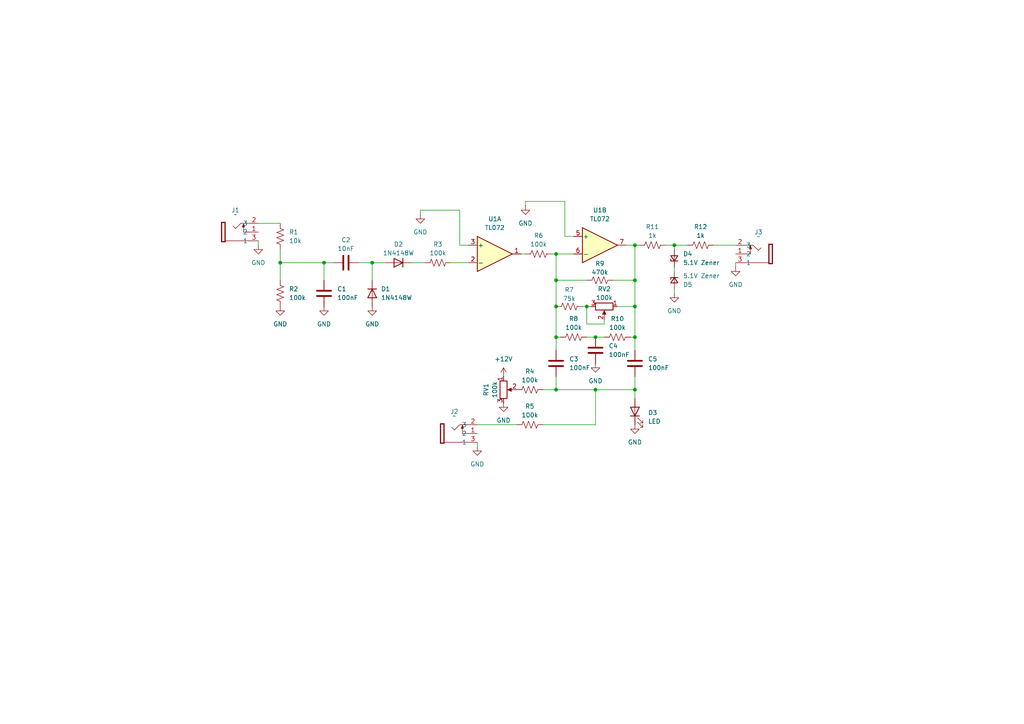
<source format=kicad_sch>
(kicad_sch
	(version 20231120)
	(generator "eeschema")
	(generator_version "8.0")
	(uuid "e6d977c9-5777-46d7-b2fb-1c2988d00c69")
	(paper "A4")
	(lib_symbols
		(symbol "Amplifier_Operational:TL082"
			(pin_names
				(offset 0.127)
			)
			(exclude_from_sim no)
			(in_bom yes)
			(on_board yes)
			(property "Reference" "U"
				(at 0 5.08 0)
				(effects
					(font
						(size 1.27 1.27)
					)
					(justify left)
				)
			)
			(property "Value" "TL082"
				(at 0 -5.08 0)
				(effects
					(font
						(size 1.27 1.27)
					)
					(justify left)
				)
			)
			(property "Footprint" ""
				(at 0 0 0)
				(effects
					(font
						(size 1.27 1.27)
					)
					(hide yes)
				)
			)
			(property "Datasheet" "http://www.ti.com/lit/ds/symlink/tl081.pdf"
				(at 0 0 0)
				(effects
					(font
						(size 1.27 1.27)
					)
					(hide yes)
				)
			)
			(property "Description" "Dual JFET-Input Operational Amplifiers, DIP-8/SOIC-8/SSOP-8"
				(at 0 0 0)
				(effects
					(font
						(size 1.27 1.27)
					)
					(hide yes)
				)
			)
			(property "ki_locked" ""
				(at 0 0 0)
				(effects
					(font
						(size 1.27 1.27)
					)
				)
			)
			(property "ki_keywords" "dual opamp"
				(at 0 0 0)
				(effects
					(font
						(size 1.27 1.27)
					)
					(hide yes)
				)
			)
			(property "ki_fp_filters" "SOIC*3.9x4.9mm*P1.27mm* DIP*W7.62mm* TO*99* OnSemi*Micro8* TSSOP*3x3mm*P0.65mm* TSSOP*4.4x3mm*P0.65mm* MSOP*3x3mm*P0.65mm* SSOP*3.9x4.9mm*P0.635mm* LFCSP*2x2mm*P0.5mm* *SIP* SOIC*5.3x6.2mm*P1.27mm*"
				(at 0 0 0)
				(effects
					(font
						(size 1.27 1.27)
					)
					(hide yes)
				)
			)
			(symbol "TL082_1_1"
				(polyline
					(pts
						(xy -5.08 5.08) (xy 5.08 0) (xy -5.08 -5.08) (xy -5.08 5.08)
					)
					(stroke
						(width 0.254)
						(type default)
					)
					(fill
						(type background)
					)
				)
				(pin output line
					(at 7.62 0 180)
					(length 2.54)
					(name "~"
						(effects
							(font
								(size 1.27 1.27)
							)
						)
					)
					(number "1"
						(effects
							(font
								(size 1.27 1.27)
							)
						)
					)
				)
				(pin input line
					(at -7.62 -2.54 0)
					(length 2.54)
					(name "-"
						(effects
							(font
								(size 1.27 1.27)
							)
						)
					)
					(number "2"
						(effects
							(font
								(size 1.27 1.27)
							)
						)
					)
				)
				(pin input line
					(at -7.62 2.54 0)
					(length 2.54)
					(name "+"
						(effects
							(font
								(size 1.27 1.27)
							)
						)
					)
					(number "3"
						(effects
							(font
								(size 1.27 1.27)
							)
						)
					)
				)
			)
			(symbol "TL082_2_1"
				(polyline
					(pts
						(xy -5.08 5.08) (xy 5.08 0) (xy -5.08 -5.08) (xy -5.08 5.08)
					)
					(stroke
						(width 0.254)
						(type default)
					)
					(fill
						(type background)
					)
				)
				(pin input line
					(at -7.62 2.54 0)
					(length 2.54)
					(name "+"
						(effects
							(font
								(size 1.27 1.27)
							)
						)
					)
					(number "5"
						(effects
							(font
								(size 1.27 1.27)
							)
						)
					)
				)
				(pin input line
					(at -7.62 -2.54 0)
					(length 2.54)
					(name "-"
						(effects
							(font
								(size 1.27 1.27)
							)
						)
					)
					(number "6"
						(effects
							(font
								(size 1.27 1.27)
							)
						)
					)
				)
				(pin output line
					(at 7.62 0 180)
					(length 2.54)
					(name "~"
						(effects
							(font
								(size 1.27 1.27)
							)
						)
					)
					(number "7"
						(effects
							(font
								(size 1.27 1.27)
							)
						)
					)
				)
			)
			(symbol "TL082_3_1"
				(pin power_in line
					(at -2.54 -7.62 90)
					(length 3.81)
					(name "V-"
						(effects
							(font
								(size 1.27 1.27)
							)
						)
					)
					(number "4"
						(effects
							(font
								(size 1.27 1.27)
							)
						)
					)
				)
				(pin power_in line
					(at -2.54 7.62 270)
					(length 3.81)
					(name "V+"
						(effects
							(font
								(size 1.27 1.27)
							)
						)
					)
					(number "8"
						(effects
							(font
								(size 1.27 1.27)
							)
						)
					)
				)
			)
		)
		(symbol "Device:C"
			(pin_numbers hide)
			(pin_names
				(offset 0.254)
			)
			(exclude_from_sim no)
			(in_bom yes)
			(on_board yes)
			(property "Reference" "C"
				(at 0.635 2.54 0)
				(effects
					(font
						(size 1.27 1.27)
					)
					(justify left)
				)
			)
			(property "Value" "C"
				(at 0.635 -2.54 0)
				(effects
					(font
						(size 1.27 1.27)
					)
					(justify left)
				)
			)
			(property "Footprint" ""
				(at 0.9652 -3.81 0)
				(effects
					(font
						(size 1.27 1.27)
					)
					(hide yes)
				)
			)
			(property "Datasheet" "~"
				(at 0 0 0)
				(effects
					(font
						(size 1.27 1.27)
					)
					(hide yes)
				)
			)
			(property "Description" "Unpolarized capacitor"
				(at 0 0 0)
				(effects
					(font
						(size 1.27 1.27)
					)
					(hide yes)
				)
			)
			(property "ki_keywords" "cap capacitor"
				(at 0 0 0)
				(effects
					(font
						(size 1.27 1.27)
					)
					(hide yes)
				)
			)
			(property "ki_fp_filters" "C_*"
				(at 0 0 0)
				(effects
					(font
						(size 1.27 1.27)
					)
					(hide yes)
				)
			)
			(symbol "C_0_1"
				(polyline
					(pts
						(xy -2.032 -0.762) (xy 2.032 -0.762)
					)
					(stroke
						(width 0.508)
						(type default)
					)
					(fill
						(type none)
					)
				)
				(polyline
					(pts
						(xy -2.032 0.762) (xy 2.032 0.762)
					)
					(stroke
						(width 0.508)
						(type default)
					)
					(fill
						(type none)
					)
				)
			)
			(symbol "C_1_1"
				(pin passive line
					(at 0 3.81 270)
					(length 2.794)
					(name "~"
						(effects
							(font
								(size 1.27 1.27)
							)
						)
					)
					(number "1"
						(effects
							(font
								(size 1.27 1.27)
							)
						)
					)
				)
				(pin passive line
					(at 0 -3.81 90)
					(length 2.794)
					(name "~"
						(effects
							(font
								(size 1.27 1.27)
							)
						)
					)
					(number "2"
						(effects
							(font
								(size 1.27 1.27)
							)
						)
					)
				)
			)
		)
		(symbol "Device:D_Zener_Small"
			(pin_numbers hide)
			(pin_names
				(offset 0.254) hide)
			(exclude_from_sim no)
			(in_bom yes)
			(on_board yes)
			(property "Reference" "D"
				(at 0 2.286 0)
				(effects
					(font
						(size 1.27 1.27)
					)
				)
			)
			(property "Value" "D_Zener_Small"
				(at 0 -2.286 0)
				(effects
					(font
						(size 1.27 1.27)
					)
				)
			)
			(property "Footprint" ""
				(at 0 0 90)
				(effects
					(font
						(size 1.27 1.27)
					)
					(hide yes)
				)
			)
			(property "Datasheet" "~"
				(at 0 0 90)
				(effects
					(font
						(size 1.27 1.27)
					)
					(hide yes)
				)
			)
			(property "Description" "Zener diode, small symbol"
				(at 0 0 0)
				(effects
					(font
						(size 1.27 1.27)
					)
					(hide yes)
				)
			)
			(property "ki_keywords" "diode"
				(at 0 0 0)
				(effects
					(font
						(size 1.27 1.27)
					)
					(hide yes)
				)
			)
			(property "ki_fp_filters" "TO-???* *_Diode_* *SingleDiode* D_*"
				(at 0 0 0)
				(effects
					(font
						(size 1.27 1.27)
					)
					(hide yes)
				)
			)
			(symbol "D_Zener_Small_0_1"
				(polyline
					(pts
						(xy 0.762 0) (xy -0.762 0)
					)
					(stroke
						(width 0)
						(type default)
					)
					(fill
						(type none)
					)
				)
				(polyline
					(pts
						(xy -0.254 1.016) (xy -0.762 1.016) (xy -0.762 -1.016)
					)
					(stroke
						(width 0.254)
						(type default)
					)
					(fill
						(type none)
					)
				)
				(polyline
					(pts
						(xy 0.762 1.016) (xy -0.762 0) (xy 0.762 -1.016) (xy 0.762 1.016)
					)
					(stroke
						(width 0.254)
						(type default)
					)
					(fill
						(type none)
					)
				)
			)
			(symbol "D_Zener_Small_1_1"
				(pin passive line
					(at -2.54 0 0)
					(length 1.778)
					(name "K"
						(effects
							(font
								(size 1.27 1.27)
							)
						)
					)
					(number "1"
						(effects
							(font
								(size 1.27 1.27)
							)
						)
					)
				)
				(pin passive line
					(at 2.54 0 180)
					(length 1.778)
					(name "A"
						(effects
							(font
								(size 1.27 1.27)
							)
						)
					)
					(number "2"
						(effects
							(font
								(size 1.27 1.27)
							)
						)
					)
				)
			)
		)
		(symbol "Device:LED"
			(pin_numbers hide)
			(pin_names
				(offset 1.016) hide)
			(exclude_from_sim no)
			(in_bom yes)
			(on_board yes)
			(property "Reference" "D"
				(at 0 2.54 0)
				(effects
					(font
						(size 1.27 1.27)
					)
				)
			)
			(property "Value" "LED"
				(at 0 -2.54 0)
				(effects
					(font
						(size 1.27 1.27)
					)
				)
			)
			(property "Footprint" ""
				(at 0 0 0)
				(effects
					(font
						(size 1.27 1.27)
					)
					(hide yes)
				)
			)
			(property "Datasheet" "~"
				(at 0 0 0)
				(effects
					(font
						(size 1.27 1.27)
					)
					(hide yes)
				)
			)
			(property "Description" "Light emitting diode"
				(at 0 0 0)
				(effects
					(font
						(size 1.27 1.27)
					)
					(hide yes)
				)
			)
			(property "ki_keywords" "LED diode"
				(at 0 0 0)
				(effects
					(font
						(size 1.27 1.27)
					)
					(hide yes)
				)
			)
			(property "ki_fp_filters" "LED* LED_SMD:* LED_THT:*"
				(at 0 0 0)
				(effects
					(font
						(size 1.27 1.27)
					)
					(hide yes)
				)
			)
			(symbol "LED_0_1"
				(polyline
					(pts
						(xy -1.27 -1.27) (xy -1.27 1.27)
					)
					(stroke
						(width 0.254)
						(type default)
					)
					(fill
						(type none)
					)
				)
				(polyline
					(pts
						(xy -1.27 0) (xy 1.27 0)
					)
					(stroke
						(width 0)
						(type default)
					)
					(fill
						(type none)
					)
				)
				(polyline
					(pts
						(xy 1.27 -1.27) (xy 1.27 1.27) (xy -1.27 0) (xy 1.27 -1.27)
					)
					(stroke
						(width 0.254)
						(type default)
					)
					(fill
						(type none)
					)
				)
				(polyline
					(pts
						(xy -3.048 -0.762) (xy -4.572 -2.286) (xy -3.81 -2.286) (xy -4.572 -2.286) (xy -4.572 -1.524)
					)
					(stroke
						(width 0)
						(type default)
					)
					(fill
						(type none)
					)
				)
				(polyline
					(pts
						(xy -1.778 -0.762) (xy -3.302 -2.286) (xy -2.54 -2.286) (xy -3.302 -2.286) (xy -3.302 -1.524)
					)
					(stroke
						(width 0)
						(type default)
					)
					(fill
						(type none)
					)
				)
			)
			(symbol "LED_1_1"
				(pin passive line
					(at -3.81 0 0)
					(length 2.54)
					(name "K"
						(effects
							(font
								(size 1.27 1.27)
							)
						)
					)
					(number "1"
						(effects
							(font
								(size 1.27 1.27)
							)
						)
					)
				)
				(pin passive line
					(at 3.81 0 180)
					(length 2.54)
					(name "A"
						(effects
							(font
								(size 1.27 1.27)
							)
						)
					)
					(number "2"
						(effects
							(font
								(size 1.27 1.27)
							)
						)
					)
				)
			)
		)
		(symbol "Device:R_Potentiometer"
			(pin_names
				(offset 1.016) hide)
			(exclude_from_sim no)
			(in_bom yes)
			(on_board yes)
			(property "Reference" "RV"
				(at -4.445 0 90)
				(effects
					(font
						(size 1.27 1.27)
					)
				)
			)
			(property "Value" "R_Potentiometer"
				(at -2.54 0 90)
				(effects
					(font
						(size 1.27 1.27)
					)
				)
			)
			(property "Footprint" ""
				(at 0 0 0)
				(effects
					(font
						(size 1.27 1.27)
					)
					(hide yes)
				)
			)
			(property "Datasheet" "~"
				(at 0 0 0)
				(effects
					(font
						(size 1.27 1.27)
					)
					(hide yes)
				)
			)
			(property "Description" "Potentiometer"
				(at 0 0 0)
				(effects
					(font
						(size 1.27 1.27)
					)
					(hide yes)
				)
			)
			(property "ki_keywords" "resistor variable"
				(at 0 0 0)
				(effects
					(font
						(size 1.27 1.27)
					)
					(hide yes)
				)
			)
			(property "ki_fp_filters" "Potentiometer*"
				(at 0 0 0)
				(effects
					(font
						(size 1.27 1.27)
					)
					(hide yes)
				)
			)
			(symbol "R_Potentiometer_0_1"
				(polyline
					(pts
						(xy 2.54 0) (xy 1.524 0)
					)
					(stroke
						(width 0)
						(type default)
					)
					(fill
						(type none)
					)
				)
				(polyline
					(pts
						(xy 1.143 0) (xy 2.286 0.508) (xy 2.286 -0.508) (xy 1.143 0)
					)
					(stroke
						(width 0)
						(type default)
					)
					(fill
						(type outline)
					)
				)
				(rectangle
					(start 1.016 2.54)
					(end -1.016 -2.54)
					(stroke
						(width 0.254)
						(type default)
					)
					(fill
						(type none)
					)
				)
			)
			(symbol "R_Potentiometer_1_1"
				(pin passive line
					(at 0 3.81 270)
					(length 1.27)
					(name "1"
						(effects
							(font
								(size 1.27 1.27)
							)
						)
					)
					(number "1"
						(effects
							(font
								(size 1.27 1.27)
							)
						)
					)
				)
				(pin passive line
					(at 3.81 0 180)
					(length 1.27)
					(name "2"
						(effects
							(font
								(size 1.27 1.27)
							)
						)
					)
					(number "2"
						(effects
							(font
								(size 1.27 1.27)
							)
						)
					)
				)
				(pin passive line
					(at 0 -3.81 90)
					(length 1.27)
					(name "3"
						(effects
							(font
								(size 1.27 1.27)
							)
						)
					)
					(number "3"
						(effects
							(font
								(size 1.27 1.27)
							)
						)
					)
				)
			)
		)
		(symbol "Device:R_US"
			(pin_numbers hide)
			(pin_names
				(offset 0)
			)
			(exclude_from_sim no)
			(in_bom yes)
			(on_board yes)
			(property "Reference" "R"
				(at 2.54 0 90)
				(effects
					(font
						(size 1.27 1.27)
					)
				)
			)
			(property "Value" "R_US"
				(at -2.54 0 90)
				(effects
					(font
						(size 1.27 1.27)
					)
				)
			)
			(property "Footprint" ""
				(at 1.016 -0.254 90)
				(effects
					(font
						(size 1.27 1.27)
					)
					(hide yes)
				)
			)
			(property "Datasheet" "~"
				(at 0 0 0)
				(effects
					(font
						(size 1.27 1.27)
					)
					(hide yes)
				)
			)
			(property "Description" "Resistor, US symbol"
				(at 0 0 0)
				(effects
					(font
						(size 1.27 1.27)
					)
					(hide yes)
				)
			)
			(property "ki_keywords" "R res resistor"
				(at 0 0 0)
				(effects
					(font
						(size 1.27 1.27)
					)
					(hide yes)
				)
			)
			(property "ki_fp_filters" "R_*"
				(at 0 0 0)
				(effects
					(font
						(size 1.27 1.27)
					)
					(hide yes)
				)
			)
			(symbol "R_US_0_1"
				(polyline
					(pts
						(xy 0 -2.286) (xy 0 -2.54)
					)
					(stroke
						(width 0)
						(type default)
					)
					(fill
						(type none)
					)
				)
				(polyline
					(pts
						(xy 0 2.286) (xy 0 2.54)
					)
					(stroke
						(width 0)
						(type default)
					)
					(fill
						(type none)
					)
				)
				(polyline
					(pts
						(xy 0 -0.762) (xy 1.016 -1.143) (xy 0 -1.524) (xy -1.016 -1.905) (xy 0 -2.286)
					)
					(stroke
						(width 0)
						(type default)
					)
					(fill
						(type none)
					)
				)
				(polyline
					(pts
						(xy 0 0.762) (xy 1.016 0.381) (xy 0 0) (xy -1.016 -0.381) (xy 0 -0.762)
					)
					(stroke
						(width 0)
						(type default)
					)
					(fill
						(type none)
					)
				)
				(polyline
					(pts
						(xy 0 2.286) (xy 1.016 1.905) (xy 0 1.524) (xy -1.016 1.143) (xy 0 0.762)
					)
					(stroke
						(width 0)
						(type default)
					)
					(fill
						(type none)
					)
				)
			)
			(symbol "R_US_1_1"
				(pin passive line
					(at 0 3.81 270)
					(length 1.27)
					(name "~"
						(effects
							(font
								(size 1.27 1.27)
							)
						)
					)
					(number "1"
						(effects
							(font
								(size 1.27 1.27)
							)
						)
					)
				)
				(pin passive line
					(at 0 -3.81 90)
					(length 1.27)
					(name "~"
						(effects
							(font
								(size 1.27 1.27)
							)
						)
					)
					(number "2"
						(effects
							(font
								(size 1.27 1.27)
							)
						)
					)
				)
			)
		)
		(symbol "Diode:1N4148W"
			(pin_numbers hide)
			(pin_names hide)
			(exclude_from_sim no)
			(in_bom yes)
			(on_board yes)
			(property "Reference" "D"
				(at 0 2.54 0)
				(effects
					(font
						(size 1.27 1.27)
					)
				)
			)
			(property "Value" "1N4148W"
				(at 0 -2.54 0)
				(effects
					(font
						(size 1.27 1.27)
					)
				)
			)
			(property "Footprint" "Diode_SMD:D_SOD-123"
				(at 0 -4.445 0)
				(effects
					(font
						(size 1.27 1.27)
					)
					(hide yes)
				)
			)
			(property "Datasheet" "https://www.vishay.com/docs/85748/1n4148w.pdf"
				(at 0 0 0)
				(effects
					(font
						(size 1.27 1.27)
					)
					(hide yes)
				)
			)
			(property "Description" "75V 0.15A Fast Switching Diode, SOD-123"
				(at 0 0 0)
				(effects
					(font
						(size 1.27 1.27)
					)
					(hide yes)
				)
			)
			(property "Sim.Device" "D"
				(at 0 0 0)
				(effects
					(font
						(size 1.27 1.27)
					)
					(hide yes)
				)
			)
			(property "Sim.Pins" "1=K 2=A"
				(at 0 0 0)
				(effects
					(font
						(size 1.27 1.27)
					)
					(hide yes)
				)
			)
			(property "ki_keywords" "diode"
				(at 0 0 0)
				(effects
					(font
						(size 1.27 1.27)
					)
					(hide yes)
				)
			)
			(property "ki_fp_filters" "D*SOD?123*"
				(at 0 0 0)
				(effects
					(font
						(size 1.27 1.27)
					)
					(hide yes)
				)
			)
			(symbol "1N4148W_0_1"
				(polyline
					(pts
						(xy -1.27 1.27) (xy -1.27 -1.27)
					)
					(stroke
						(width 0.254)
						(type default)
					)
					(fill
						(type none)
					)
				)
				(polyline
					(pts
						(xy 1.27 0) (xy -1.27 0)
					)
					(stroke
						(width 0)
						(type default)
					)
					(fill
						(type none)
					)
				)
				(polyline
					(pts
						(xy 1.27 1.27) (xy 1.27 -1.27) (xy -1.27 0) (xy 1.27 1.27)
					)
					(stroke
						(width 0.254)
						(type default)
					)
					(fill
						(type none)
					)
				)
			)
			(symbol "1N4148W_1_1"
				(pin passive line
					(at -3.81 0 0)
					(length 2.54)
					(name "K"
						(effects
							(font
								(size 1.27 1.27)
							)
						)
					)
					(number "1"
						(effects
							(font
								(size 1.27 1.27)
							)
						)
					)
				)
				(pin passive line
					(at 3.81 0 180)
					(length 2.54)
					(name "A"
						(effects
							(font
								(size 1.27 1.27)
							)
						)
					)
					(number "2"
						(effects
							(font
								(size 1.27 1.27)
							)
						)
					)
				)
			)
		)
		(symbol "eurorack-connectors:Thonkiconn-Jack"
			(exclude_from_sim no)
			(in_bom yes)
			(on_board yes)
			(property "Reference" "J"
				(at 0 -5.08 0)
				(effects
					(font
						(size 1.27 1.27)
					)
				)
			)
			(property "Value" ""
				(at 0 -5.08 0)
				(effects
					(font
						(size 1.27 1.27)
					)
				)
			)
			(property "Footprint" "eurorack-jacks:Thonkiconn-Jack"
				(at 0 -5.08 0)
				(effects
					(font
						(size 1.27 1.27)
					)
					(hide yes)
				)
			)
			(property "Datasheet" ""
				(at 0 -5.08 0)
				(effects
					(font
						(size 1.27 1.27)
					)
					(hide yes)
				)
			)
			(property "Description" ""
				(at 0 -5.08 0)
				(effects
					(font
						(size 1.27 1.27)
					)
					(hide yes)
				)
			)
			(symbol "Thonkiconn-Jack_1_0"
				(polyline
					(pts
						(xy -5.586 -2.794) (xy -5.586 2.794)
					)
					(stroke
						(width 0.333)
						(type solid)
					)
					(fill
						(type none)
					)
				)
				(polyline
					(pts
						(xy -5.586 2.794) (xy -4.57 2.794)
					)
					(stroke
						(width 0.333)
						(type solid)
					)
					(fill
						(type none)
					)
				)
				(polyline
					(pts
						(xy -4.57 -2.794) (xy -5.586 -2.794)
					)
					(stroke
						(width 0.333)
						(type solid)
					)
					(fill
						(type none)
					)
				)
				(polyline
					(pts
						(xy -4.57 2.794) (xy -4.57 -2.794)
					)
					(stroke
						(width 0.333)
						(type solid)
					)
					(fill
						(type none)
					)
				)
				(polyline
					(pts
						(xy -1.524 1.016) (xy -2.286 1.778)
					)
					(stroke
						(width 0.152)
						(type solid)
					)
					(fill
						(type none)
					)
				)
				(polyline
					(pts
						(xy 0 2.54) (xy -1.524 1.016)
					)
					(stroke
						(width 0.152)
						(type solid)
					)
					(fill
						(type none)
					)
				)
				(polyline
					(pts
						(xy 0.508 1.524) (xy 0.762 2.286)
					)
					(stroke
						(width 0.254)
						(type solid)
					)
					(fill
						(type none)
					)
				)
				(polyline
					(pts
						(xy 0.762 0) (xy 0.762 2.286)
					)
					(stroke
						(width 0.152)
						(type solid)
					)
					(fill
						(type none)
					)
				)
				(polyline
					(pts
						(xy 0.762 2.286) (xy 1.016 1.524)
					)
					(stroke
						(width 0.254)
						(type solid)
					)
					(fill
						(type none)
					)
				)
				(polyline
					(pts
						(xy 1.016 1.524) (xy 0.508 1.524)
					)
					(stroke
						(width 0.254)
						(type solid)
					)
					(fill
						(type none)
					)
				)
				(polyline
					(pts
						(xy 2.54 -2.54) (xy -4.572 -2.54)
					)
					(stroke
						(width 0.152)
						(type solid)
					)
					(fill
						(type none)
					)
				)
				(polyline
					(pts
						(xy 2.54 0) (xy 0.762 0)
					)
					(stroke
						(width 0.152)
						(type solid)
					)
					(fill
						(type none)
					)
				)
				(polyline
					(pts
						(xy 2.54 2.54) (xy 0 2.54)
					)
					(stroke
						(width 0.152)
						(type solid)
					)
					(fill
						(type none)
					)
				)
				(pin passive line
					(at 5.08 0 180)
					(length 2.54)
					(name "2"
						(effects
							(font
								(size 1.27 1.27)
							)
						)
					)
					(number "1"
						(effects
							(font
								(size 1.27 1.27)
							)
						)
					)
				)
				(pin passive line
					(at 5.08 2.54 180)
					(length 2.54)
					(name "3"
						(effects
							(font
								(size 1.27 1.27)
							)
						)
					)
					(number "2"
						(effects
							(font
								(size 1.27 1.27)
							)
						)
					)
				)
				(pin passive line
					(at 5.08 -2.54 180)
					(length 2.54)
					(name "1"
						(effects
							(font
								(size 1.27 1.27)
							)
						)
					)
					(number "3"
						(effects
							(font
								(size 1.27 1.27)
							)
						)
					)
				)
			)
		)
		(symbol "power:+12V"
			(power)
			(pin_numbers hide)
			(pin_names
				(offset 0) hide)
			(exclude_from_sim no)
			(in_bom yes)
			(on_board yes)
			(property "Reference" "#PWR"
				(at 0 -3.81 0)
				(effects
					(font
						(size 1.27 1.27)
					)
					(hide yes)
				)
			)
			(property "Value" "+12V"
				(at 0 3.556 0)
				(effects
					(font
						(size 1.27 1.27)
					)
				)
			)
			(property "Footprint" ""
				(at 0 0 0)
				(effects
					(font
						(size 1.27 1.27)
					)
					(hide yes)
				)
			)
			(property "Datasheet" ""
				(at 0 0 0)
				(effects
					(font
						(size 1.27 1.27)
					)
					(hide yes)
				)
			)
			(property "Description" "Power symbol creates a global label with name \"+12V\""
				(at 0 0 0)
				(effects
					(font
						(size 1.27 1.27)
					)
					(hide yes)
				)
			)
			(property "ki_keywords" "global power"
				(at 0 0 0)
				(effects
					(font
						(size 1.27 1.27)
					)
					(hide yes)
				)
			)
			(symbol "+12V_0_1"
				(polyline
					(pts
						(xy -0.762 1.27) (xy 0 2.54)
					)
					(stroke
						(width 0)
						(type default)
					)
					(fill
						(type none)
					)
				)
				(polyline
					(pts
						(xy 0 0) (xy 0 2.54)
					)
					(stroke
						(width 0)
						(type default)
					)
					(fill
						(type none)
					)
				)
				(polyline
					(pts
						(xy 0 2.54) (xy 0.762 1.27)
					)
					(stroke
						(width 0)
						(type default)
					)
					(fill
						(type none)
					)
				)
			)
			(symbol "+12V_1_1"
				(pin power_in line
					(at 0 0 90)
					(length 0)
					(name "~"
						(effects
							(font
								(size 1.27 1.27)
							)
						)
					)
					(number "1"
						(effects
							(font
								(size 1.27 1.27)
							)
						)
					)
				)
			)
		)
		(symbol "power:GND"
			(power)
			(pin_numbers hide)
			(pin_names
				(offset 0) hide)
			(exclude_from_sim no)
			(in_bom yes)
			(on_board yes)
			(property "Reference" "#PWR"
				(at 0 -6.35 0)
				(effects
					(font
						(size 1.27 1.27)
					)
					(hide yes)
				)
			)
			(property "Value" "GND"
				(at 0 -3.81 0)
				(effects
					(font
						(size 1.27 1.27)
					)
				)
			)
			(property "Footprint" ""
				(at 0 0 0)
				(effects
					(font
						(size 1.27 1.27)
					)
					(hide yes)
				)
			)
			(property "Datasheet" ""
				(at 0 0 0)
				(effects
					(font
						(size 1.27 1.27)
					)
					(hide yes)
				)
			)
			(property "Description" "Power symbol creates a global label with name \"GND\" , ground"
				(at 0 0 0)
				(effects
					(font
						(size 1.27 1.27)
					)
					(hide yes)
				)
			)
			(property "ki_keywords" "global power"
				(at 0 0 0)
				(effects
					(font
						(size 1.27 1.27)
					)
					(hide yes)
				)
			)
			(symbol "GND_0_1"
				(polyline
					(pts
						(xy 0 0) (xy 0 -1.27) (xy 1.27 -1.27) (xy 0 -2.54) (xy -1.27 -1.27) (xy 0 -1.27)
					)
					(stroke
						(width 0)
						(type default)
					)
					(fill
						(type none)
					)
				)
			)
			(symbol "GND_1_1"
				(pin power_in line
					(at 0 0 270)
					(length 0)
					(name "~"
						(effects
							(font
								(size 1.27 1.27)
							)
						)
					)
					(number "1"
						(effects
							(font
								(size 1.27 1.27)
							)
						)
					)
				)
			)
		)
	)
	(junction
		(at 184.15 113.03)
		(diameter 0)
		(color 0 0 0 0)
		(uuid "02d83618-5496-4c1a-9c28-cebe5108bff0")
	)
	(junction
		(at 172.72 97.79)
		(diameter 0)
		(color 0 0 0 0)
		(uuid "0756ade0-88eb-40ed-91cc-f8b3004d9fef")
	)
	(junction
		(at 161.29 97.79)
		(diameter 0)
		(color 0 0 0 0)
		(uuid "3beafe01-ebfe-4180-ae63-0231536ddcb1")
	)
	(junction
		(at 184.15 88.9)
		(diameter 0)
		(color 0 0 0 0)
		(uuid "48cfebcb-3ba2-49de-93c5-e587007c64f0")
	)
	(junction
		(at 170.18 88.9)
		(diameter 0)
		(color 0 0 0 0)
		(uuid "651509b4-5ff2-400a-a77f-076048f365fd")
	)
	(junction
		(at 161.29 113.03)
		(diameter 0)
		(color 0 0 0 0)
		(uuid "67ade4d0-81f7-4550-866b-972c0725fe00")
	)
	(junction
		(at 107.95 76.2)
		(diameter 0)
		(color 0 0 0 0)
		(uuid "6f06c26d-5e7e-4b2d-bac7-78e842dbbab7")
	)
	(junction
		(at 184.15 71.12)
		(diameter 0)
		(color 0 0 0 0)
		(uuid "6fec994c-738d-4aa6-a429-eb93de7aab10")
	)
	(junction
		(at 81.28 76.2)
		(diameter 0)
		(color 0 0 0 0)
		(uuid "83821afb-989a-44a2-8ad6-bfccebcc8945")
	)
	(junction
		(at 93.98 76.2)
		(diameter 0)
		(color 0 0 0 0)
		(uuid "84ae9fb6-d062-4a0f-9234-f5f1416f55bd")
	)
	(junction
		(at 161.29 81.28)
		(diameter 0)
		(color 0 0 0 0)
		(uuid "97af7116-b243-4420-a744-6e816539439d")
	)
	(junction
		(at 184.15 97.79)
		(diameter 0)
		(color 0 0 0 0)
		(uuid "a9a96ae4-99f5-438f-b34a-4b5044d8a4e1")
	)
	(junction
		(at 172.72 113.03)
		(diameter 0)
		(color 0 0 0 0)
		(uuid "b948c459-04ec-4018-8895-fcc54282d8b1")
	)
	(junction
		(at 161.29 73.66)
		(diameter 0)
		(color 0 0 0 0)
		(uuid "bdcee751-0756-4fa3-868c-298a143308ca")
	)
	(junction
		(at 161.29 88.9)
		(diameter 0)
		(color 0 0 0 0)
		(uuid "c2e31d6f-eb14-4b8c-9c78-e9ccf3797610")
	)
	(junction
		(at 184.15 81.28)
		(diameter 0)
		(color 0 0 0 0)
		(uuid "ca57a753-aa26-41a6-848b-c1bddbaa7d3e")
	)
	(junction
		(at 195.58 71.12)
		(diameter 0)
		(color 0 0 0 0)
		(uuid "e3910c74-6caa-48dc-bd58-f31ba40c567a")
	)
	(wire
		(pts
			(xy 195.58 71.12) (xy 199.39 71.12)
		)
		(stroke
			(width 0)
			(type default)
		)
		(uuid "03e19495-0e2c-4623-a4df-6295ef072559")
	)
	(wire
		(pts
			(xy 130.81 76.2) (xy 135.89 76.2)
		)
		(stroke
			(width 0)
			(type default)
		)
		(uuid "0645612b-3971-4df4-ae1e-fe458ad97369")
	)
	(wire
		(pts
			(xy 195.58 71.12) (xy 195.58 72.39)
		)
		(stroke
			(width 0)
			(type default)
		)
		(uuid "08604029-efa8-4a5a-9e6f-801c184a8b47")
	)
	(wire
		(pts
			(xy 119.38 76.2) (xy 123.19 76.2)
		)
		(stroke
			(width 0)
			(type default)
		)
		(uuid "088d6f0b-39da-4dde-a5b6-291db5001fac")
	)
	(wire
		(pts
			(xy 175.26 92.71) (xy 175.26 93.98)
		)
		(stroke
			(width 0)
			(type default)
		)
		(uuid "0a6b4029-2c27-40e0-a7c3-b33e7a7be090")
	)
	(wire
		(pts
			(xy 138.43 129.54) (xy 138.43 128.27)
		)
		(stroke
			(width 0)
			(type default)
		)
		(uuid "16ab1fa2-21dd-4633-bb80-78446f6330aa")
	)
	(wire
		(pts
			(xy 74.93 71.12) (xy 74.93 69.85)
		)
		(stroke
			(width 0)
			(type default)
		)
		(uuid "19808109-b4e3-4634-9328-d22ad84b007a")
	)
	(wire
		(pts
			(xy 195.58 83.82) (xy 195.58 85.09)
		)
		(stroke
			(width 0)
			(type default)
		)
		(uuid "2347268c-75a0-412d-9992-b9be91463436")
	)
	(wire
		(pts
			(xy 184.15 71.12) (xy 181.61 71.12)
		)
		(stroke
			(width 0)
			(type default)
		)
		(uuid "2466647f-f2ac-4261-ac62-16dda6619ea9")
	)
	(wire
		(pts
			(xy 81.28 76.2) (xy 81.28 81.28)
		)
		(stroke
			(width 0)
			(type default)
		)
		(uuid "25598892-5d1c-46dd-baba-a940de32b1d7")
	)
	(wire
		(pts
			(xy 157.48 123.19) (xy 172.72 123.19)
		)
		(stroke
			(width 0)
			(type default)
		)
		(uuid "266e38a6-5ac7-478d-a924-3d279efb0c3c")
	)
	(wire
		(pts
			(xy 195.58 77.47) (xy 195.58 78.74)
		)
		(stroke
			(width 0)
			(type default)
		)
		(uuid "2892542b-27ab-452e-9f3f-118947fb15fd")
	)
	(wire
		(pts
			(xy 107.95 76.2) (xy 111.76 76.2)
		)
		(stroke
			(width 0)
			(type default)
		)
		(uuid "2917309d-61bc-43f8-916c-5a0158ff44c7")
	)
	(wire
		(pts
			(xy 138.43 123.19) (xy 149.86 123.19)
		)
		(stroke
			(width 0)
			(type default)
		)
		(uuid "2c6b32fa-171b-4754-813e-23833b816f2e")
	)
	(wire
		(pts
			(xy 184.15 81.28) (xy 184.15 88.9)
		)
		(stroke
			(width 0)
			(type default)
		)
		(uuid "30a59b72-84b6-4992-b28c-8a7a297892ca")
	)
	(wire
		(pts
			(xy 161.29 109.22) (xy 161.29 113.03)
		)
		(stroke
			(width 0)
			(type default)
		)
		(uuid "32c9ef21-8455-4d80-a0ff-46c2e2f28293")
	)
	(wire
		(pts
			(xy 184.15 113.03) (xy 184.15 115.57)
		)
		(stroke
			(width 0)
			(type default)
		)
		(uuid "3b75214e-dae3-4414-b54c-23d63ede2ea7")
	)
	(wire
		(pts
			(xy 152.4 58.42) (xy 152.4 59.69)
		)
		(stroke
			(width 0)
			(type default)
		)
		(uuid "3f83a411-5a83-42c3-90f6-3e0d887f0060")
	)
	(wire
		(pts
			(xy 121.92 60.96) (xy 121.92 62.23)
		)
		(stroke
			(width 0)
			(type default)
		)
		(uuid "411da56b-e181-471b-bc2f-4f0edd6a5c35")
	)
	(wire
		(pts
			(xy 177.8 81.28) (xy 184.15 81.28)
		)
		(stroke
			(width 0)
			(type default)
		)
		(uuid "4339bf60-688d-4db1-b5dd-a2fd5c475e61")
	)
	(wire
		(pts
			(xy 170.18 81.28) (xy 161.29 81.28)
		)
		(stroke
			(width 0)
			(type default)
		)
		(uuid "4c114633-71f9-4edc-999e-a9f6f98e0f86")
	)
	(wire
		(pts
			(xy 172.72 123.19) (xy 172.72 113.03)
		)
		(stroke
			(width 0)
			(type default)
		)
		(uuid "523982b8-b416-4ee7-b996-92de080781ef")
	)
	(wire
		(pts
			(xy 162.56 97.79) (xy 161.29 97.79)
		)
		(stroke
			(width 0)
			(type default)
		)
		(uuid "5b456e49-dc71-4a75-b74d-98e6d8edbc4d")
	)
	(wire
		(pts
			(xy 74.93 64.77) (xy 81.28 64.77)
		)
		(stroke
			(width 0)
			(type default)
		)
		(uuid "5c5e701c-0098-45d0-8f08-11a41dbacd77")
	)
	(wire
		(pts
			(xy 161.29 88.9) (xy 161.29 97.79)
		)
		(stroke
			(width 0)
			(type default)
		)
		(uuid "5d63932f-ebc6-4a44-8b63-66f2ea9428ce")
	)
	(wire
		(pts
			(xy 170.18 88.9) (xy 171.45 88.9)
		)
		(stroke
			(width 0)
			(type default)
		)
		(uuid "5dbfe5c5-420e-4abd-b2e3-3126f18ec1fb")
	)
	(wire
		(pts
			(xy 184.15 97.79) (xy 184.15 101.6)
		)
		(stroke
			(width 0)
			(type default)
		)
		(uuid "60f1f0ee-3ff2-4137-8f4b-46886390f30b")
	)
	(wire
		(pts
			(xy 184.15 109.22) (xy 184.15 113.03)
		)
		(stroke
			(width 0)
			(type default)
		)
		(uuid "625b0174-30f1-4038-8421-8e8f268c3be3")
	)
	(wire
		(pts
			(xy 160.02 73.66) (xy 161.29 73.66)
		)
		(stroke
			(width 0)
			(type default)
		)
		(uuid "64f74b51-5063-4544-93f7-b0f0556e0187")
	)
	(wire
		(pts
			(xy 172.72 97.79) (xy 175.26 97.79)
		)
		(stroke
			(width 0)
			(type default)
		)
		(uuid "66878991-1581-44a9-aa0e-9222953ff8ea")
	)
	(wire
		(pts
			(xy 133.35 60.96) (xy 121.92 60.96)
		)
		(stroke
			(width 0)
			(type default)
		)
		(uuid "69a2ec6c-5b8f-4b0c-9ad4-7c76e2aa94e5")
	)
	(wire
		(pts
			(xy 193.04 71.12) (xy 195.58 71.12)
		)
		(stroke
			(width 0)
			(type default)
		)
		(uuid "6a6c917c-72af-44cd-9667-c9ffa17034de")
	)
	(wire
		(pts
			(xy 81.28 76.2) (xy 93.98 76.2)
		)
		(stroke
			(width 0)
			(type default)
		)
		(uuid "6c47df59-2906-46fc-abeb-d11f2b62c788")
	)
	(wire
		(pts
			(xy 172.72 113.03) (xy 184.15 113.03)
		)
		(stroke
			(width 0)
			(type default)
		)
		(uuid "6dbef634-6acc-4416-932b-424f89389787")
	)
	(wire
		(pts
			(xy 161.29 97.79) (xy 161.29 101.6)
		)
		(stroke
			(width 0)
			(type default)
		)
		(uuid "736d5348-395d-46c7-b65d-683e56496252")
	)
	(wire
		(pts
			(xy 107.95 76.2) (xy 107.95 81.28)
		)
		(stroke
			(width 0)
			(type default)
		)
		(uuid "743768d9-b894-4fef-9d8d-e258c0cba437")
	)
	(wire
		(pts
			(xy 135.89 71.12) (xy 133.35 71.12)
		)
		(stroke
			(width 0)
			(type default)
		)
		(uuid "7536a987-1959-4bc0-a77e-c7d83d1f4101")
	)
	(wire
		(pts
			(xy 81.28 72.39) (xy 81.28 76.2)
		)
		(stroke
			(width 0)
			(type default)
		)
		(uuid "8210095b-7753-4035-ab74-27b1dfeb8370")
	)
	(wire
		(pts
			(xy 182.88 97.79) (xy 184.15 97.79)
		)
		(stroke
			(width 0)
			(type default)
		)
		(uuid "824d1dad-fee3-4c4c-864a-ef21beb07f8a")
	)
	(wire
		(pts
			(xy 161.29 113.03) (xy 157.48 113.03)
		)
		(stroke
			(width 0)
			(type default)
		)
		(uuid "837a077e-1599-45c0-b5c3-aed313bdefe2")
	)
	(wire
		(pts
			(xy 166.37 68.58) (xy 163.83 68.58)
		)
		(stroke
			(width 0)
			(type default)
		)
		(uuid "8e5a19a2-f6d7-4d10-b22c-4fc4539c80dc")
	)
	(wire
		(pts
			(xy 93.98 76.2) (xy 96.52 76.2)
		)
		(stroke
			(width 0)
			(type default)
		)
		(uuid "908b6d83-f646-4d34-a19c-9df2aace1392")
	)
	(wire
		(pts
			(xy 161.29 73.66) (xy 166.37 73.66)
		)
		(stroke
			(width 0)
			(type default)
		)
		(uuid "94cc5b85-3499-4010-bece-9c3673608b5e")
	)
	(wire
		(pts
			(xy 161.29 81.28) (xy 161.29 88.9)
		)
		(stroke
			(width 0)
			(type default)
		)
		(uuid "a1bba248-076a-4bd3-a753-633ff0379995")
	)
	(wire
		(pts
			(xy 172.72 113.03) (xy 161.29 113.03)
		)
		(stroke
			(width 0)
			(type default)
		)
		(uuid "a2bb7e0f-b1ca-4b0a-88f9-d590045a339c")
	)
	(wire
		(pts
			(xy 184.15 88.9) (xy 184.15 97.79)
		)
		(stroke
			(width 0)
			(type default)
		)
		(uuid "a57e8d85-919d-4de1-9f69-0b1188964c65")
	)
	(wire
		(pts
			(xy 175.26 93.98) (xy 170.18 93.98)
		)
		(stroke
			(width 0)
			(type default)
		)
		(uuid "a7299aaa-3172-4ecb-922e-0805692224da")
	)
	(wire
		(pts
			(xy 104.14 76.2) (xy 107.95 76.2)
		)
		(stroke
			(width 0)
			(type default)
		)
		(uuid "a9297250-07e9-4389-889b-15f1120fa989")
	)
	(wire
		(pts
			(xy 207.01 71.12) (xy 213.36 71.12)
		)
		(stroke
			(width 0)
			(type default)
		)
		(uuid "ab84d67f-0057-48c7-a902-9e673397f9c8")
	)
	(wire
		(pts
			(xy 161.29 81.28) (xy 161.29 73.66)
		)
		(stroke
			(width 0)
			(type default)
		)
		(uuid "adb739be-4b5f-4b9c-b7cb-c2d753658d4a")
	)
	(wire
		(pts
			(xy 184.15 71.12) (xy 185.42 71.12)
		)
		(stroke
			(width 0)
			(type default)
		)
		(uuid "b49e3c8c-4b52-414f-b894-720da7333fbb")
	)
	(wire
		(pts
			(xy 93.98 76.2) (xy 93.98 81.28)
		)
		(stroke
			(width 0)
			(type default)
		)
		(uuid "b95bcc97-2e78-46a6-b05e-dcfc6c686f53")
	)
	(wire
		(pts
			(xy 151.13 73.66) (xy 152.4 73.66)
		)
		(stroke
			(width 0)
			(type default)
		)
		(uuid "c16eef5f-d1d9-4cb7-a659-4b6a24a7bb67")
	)
	(wire
		(pts
			(xy 213.36 77.47) (xy 213.36 76.2)
		)
		(stroke
			(width 0)
			(type default)
		)
		(uuid "c176e521-c81b-430d-8c78-59e30320569b")
	)
	(wire
		(pts
			(xy 170.18 93.98) (xy 170.18 88.9)
		)
		(stroke
			(width 0)
			(type default)
		)
		(uuid "c4be139c-b879-40b1-b3af-7260ddaa5c02")
	)
	(wire
		(pts
			(xy 133.35 71.12) (xy 133.35 60.96)
		)
		(stroke
			(width 0)
			(type default)
		)
		(uuid "c85cfaf4-bd39-4063-acca-037825318223")
	)
	(wire
		(pts
			(xy 168.91 88.9) (xy 170.18 88.9)
		)
		(stroke
			(width 0)
			(type default)
		)
		(uuid "d5614c55-ce85-4569-b9c6-1c4b8b4dfddc")
	)
	(wire
		(pts
			(xy 163.83 68.58) (xy 163.83 58.42)
		)
		(stroke
			(width 0)
			(type default)
		)
		(uuid "e26d5662-b1b0-49af-91cd-202e4a0e87b8")
	)
	(wire
		(pts
			(xy 179.07 88.9) (xy 184.15 88.9)
		)
		(stroke
			(width 0)
			(type default)
		)
		(uuid "f4971ae4-787a-4cb6-bd7b-a61dccbd5230")
	)
	(wire
		(pts
			(xy 163.83 58.42) (xy 152.4 58.42)
		)
		(stroke
			(width 0)
			(type default)
		)
		(uuid "f5386ea2-833c-41f2-8708-a988b9087d6d")
	)
	(wire
		(pts
			(xy 170.18 97.79) (xy 172.72 97.79)
		)
		(stroke
			(width 0)
			(type default)
		)
		(uuid "f6ecaed3-490b-4a8e-a363-a0e114c5b5de")
	)
	(wire
		(pts
			(xy 184.15 81.28) (xy 184.15 71.12)
		)
		(stroke
			(width 0)
			(type default)
		)
		(uuid "fd96d5cf-c1a9-424d-820e-26edd95e9503")
	)
	(symbol
		(lib_id "power:GND")
		(at 152.4 59.69 0)
		(unit 1)
		(exclude_from_sim no)
		(in_bom yes)
		(on_board yes)
		(dnp no)
		(fields_autoplaced yes)
		(uuid "011043f0-6af1-467e-84e9-7e3f88a082e0")
		(property "Reference" "#PWR011"
			(at 152.4 66.04 0)
			(effects
				(font
					(size 1.27 1.27)
				)
				(hide yes)
			)
		)
		(property "Value" "GND"
			(at 152.4 64.77 0)
			(effects
				(font
					(size 1.27 1.27)
				)
			)
		)
		(property "Footprint" ""
			(at 152.4 59.69 0)
			(effects
				(font
					(size 1.27 1.27)
				)
				(hide yes)
			)
		)
		(property "Datasheet" ""
			(at 152.4 59.69 0)
			(effects
				(font
					(size 1.27 1.27)
				)
				(hide yes)
			)
		)
		(property "Description" "Power symbol creates a global label with name \"GND\" , ground"
			(at 152.4 59.69 0)
			(effects
				(font
					(size 1.27 1.27)
				)
				(hide yes)
			)
		)
		(pin "1"
			(uuid "6dcfa0cc-68f4-4566-bf65-bb4da0ca4c9c")
		)
		(instances
			(project "bong0-fury"
				(path "/d7fbf0fc-2e72-47ef-ad93-715244ab8590/e4cc14be-bf54-4ff0-9d4f-5f74f975d2d7"
					(reference "#PWR011")
					(unit 1)
				)
			)
		)
	)
	(symbol
		(lib_id "Device:R_Potentiometer")
		(at 175.26 88.9 270)
		(unit 1)
		(exclude_from_sim no)
		(in_bom yes)
		(on_board yes)
		(dnp no)
		(uuid "1291d757-6e82-4b5e-a60f-b117874ee057")
		(property "Reference" "RV2"
			(at 175.26 83.82 90)
			(effects
				(font
					(size 1.27 1.27)
				)
			)
		)
		(property "Value" "100k"
			(at 175.26 86.36 90)
			(effects
				(font
					(size 1.27 1.27)
				)
			)
		)
		(property "Footprint" "Potentiometer_THT:Potentiometer_Alps_RK09K_Single_Vertical"
			(at 175.26 88.9 0)
			(effects
				(font
					(size 1.27 1.27)
				)
				(hide yes)
			)
		)
		(property "Datasheet" "~"
			(at 175.26 88.9 0)
			(effects
				(font
					(size 1.27 1.27)
				)
				(hide yes)
			)
		)
		(property "Description" "Potentiometer"
			(at 175.26 88.9 0)
			(effects
				(font
					(size 1.27 1.27)
				)
				(hide yes)
			)
		)
		(pin "2"
			(uuid "0a918d6c-2816-40b9-b1bc-ed47a975924e")
		)
		(pin "1"
			(uuid "d46cb82d-b570-4ed3-86b6-a5da5623eead")
		)
		(pin "3"
			(uuid "4208446e-4451-4b15-a143-df93944cefe4")
		)
		(instances
			(project "bong0-fury"
				(path "/d7fbf0fc-2e72-47ef-ad93-715244ab8590/e4cc14be-bf54-4ff0-9d4f-5f74f975d2d7"
					(reference "RV2")
					(unit 1)
				)
			)
		)
	)
	(symbol
		(lib_id "power:GND")
		(at 195.58 85.09 0)
		(unit 1)
		(exclude_from_sim no)
		(in_bom yes)
		(on_board yes)
		(dnp no)
		(fields_autoplaced yes)
		(uuid "1763290a-20ed-4a9e-8eda-cb2b79b50552")
		(property "Reference" "#PWR018"
			(at 195.58 91.44 0)
			(effects
				(font
					(size 1.27 1.27)
				)
				(hide yes)
			)
		)
		(property "Value" "GND"
			(at 195.58 90.17 0)
			(effects
				(font
					(size 1.27 1.27)
				)
			)
		)
		(property "Footprint" ""
			(at 195.58 85.09 0)
			(effects
				(font
					(size 1.27 1.27)
				)
				(hide yes)
			)
		)
		(property "Datasheet" ""
			(at 195.58 85.09 0)
			(effects
				(font
					(size 1.27 1.27)
				)
				(hide yes)
			)
		)
		(property "Description" "Power symbol creates a global label with name \"GND\" , ground"
			(at 195.58 85.09 0)
			(effects
				(font
					(size 1.27 1.27)
				)
				(hide yes)
			)
		)
		(pin "1"
			(uuid "b64650c2-62da-4f47-a598-965f9455785e")
		)
		(instances
			(project "bong0-fury"
				(path "/d7fbf0fc-2e72-47ef-ad93-715244ab8590/e4cc14be-bf54-4ff0-9d4f-5f74f975d2d7"
					(reference "#PWR018")
					(unit 1)
				)
			)
		)
	)
	(symbol
		(lib_id "power:GND")
		(at 138.43 129.54 0)
		(unit 1)
		(exclude_from_sim no)
		(in_bom yes)
		(on_board yes)
		(dnp no)
		(fields_autoplaced yes)
		(uuid "22b30911-a90b-43d4-acfc-35157025d1c6")
		(property "Reference" "#PWR06"
			(at 138.43 135.89 0)
			(effects
				(font
					(size 1.27 1.27)
				)
				(hide yes)
			)
		)
		(property "Value" "GND"
			(at 138.43 134.62 0)
			(effects
				(font
					(size 1.27 1.27)
				)
			)
		)
		(property "Footprint" ""
			(at 138.43 129.54 0)
			(effects
				(font
					(size 1.27 1.27)
				)
				(hide yes)
			)
		)
		(property "Datasheet" ""
			(at 138.43 129.54 0)
			(effects
				(font
					(size 1.27 1.27)
				)
				(hide yes)
			)
		)
		(property "Description" "Power symbol creates a global label with name \"GND\" , ground"
			(at 138.43 129.54 0)
			(effects
				(font
					(size 1.27 1.27)
				)
				(hide yes)
			)
		)
		(pin "1"
			(uuid "6e0eba74-b853-491d-8aee-d1ef1d8421e5")
		)
		(instances
			(project "bong0-fury"
				(path "/d7fbf0fc-2e72-47ef-ad93-715244ab8590/e4cc14be-bf54-4ff0-9d4f-5f74f975d2d7"
					(reference "#PWR06")
					(unit 1)
				)
			)
		)
	)
	(symbol
		(lib_id "Device:LED")
		(at 184.15 119.38 90)
		(unit 1)
		(exclude_from_sim no)
		(in_bom yes)
		(on_board yes)
		(dnp no)
		(fields_autoplaced yes)
		(uuid "2ba806a5-eeea-4455-981f-21b668b14d8f")
		(property "Reference" "D3"
			(at 187.96 119.6974 90)
			(effects
				(font
					(size 1.27 1.27)
				)
				(justify right)
			)
		)
		(property "Value" "LED"
			(at 187.96 122.2374 90)
			(effects
				(font
					(size 1.27 1.27)
				)
				(justify right)
			)
		)
		(property "Footprint" "LED_THT:LED_D3.0mm"
			(at 184.15 119.38 0)
			(effects
				(font
					(size 1.27 1.27)
				)
				(hide yes)
			)
		)
		(property "Datasheet" "~"
			(at 184.15 119.38 0)
			(effects
				(font
					(size 1.27 1.27)
				)
				(hide yes)
			)
		)
		(property "Description" "Light emitting diode"
			(at 184.15 119.38 0)
			(effects
				(font
					(size 1.27 1.27)
				)
				(hide yes)
			)
		)
		(pin "2"
			(uuid "08d3d7c5-e055-450f-87ab-a6476ad3ea3f")
		)
		(pin "1"
			(uuid "65a03520-47d7-4f9a-9aea-1c2eddd5fb97")
		)
		(instances
			(project "bong0-fury"
				(path "/d7fbf0fc-2e72-47ef-ad93-715244ab8590/e4cc14be-bf54-4ff0-9d4f-5f74f975d2d7"
					(reference "D3")
					(unit 1)
				)
			)
		)
	)
	(symbol
		(lib_id "Device:D_Zener_Small")
		(at 195.58 74.93 90)
		(unit 1)
		(exclude_from_sim no)
		(in_bom yes)
		(on_board yes)
		(dnp no)
		(fields_autoplaced yes)
		(uuid "2e1f1b74-529e-42f6-ac22-c01ab2931548")
		(property "Reference" "D4"
			(at 198.12 73.6599 90)
			(effects
				(font
					(size 1.27 1.27)
				)
				(justify right)
			)
		)
		(property "Value" "5.1V Zener"
			(at 198.12 76.1999 90)
			(effects
				(font
					(size 1.27 1.27)
				)
				(justify right)
			)
		)
		(property "Footprint" "Diode_SMD:D_SOD-123"
			(at 195.58 74.93 90)
			(effects
				(font
					(size 1.27 1.27)
				)
				(hide yes)
			)
		)
		(property "Datasheet" "~"
			(at 195.58 74.93 90)
			(effects
				(font
					(size 1.27 1.27)
				)
				(hide yes)
			)
		)
		(property "Description" "Zener diode, small symbol"
			(at 195.58 74.93 0)
			(effects
				(font
					(size 1.27 1.27)
				)
				(hide yes)
			)
		)
		(pin "2"
			(uuid "a8bbc9d6-1230-4b2e-a047-96f8a1b24dfa")
		)
		(pin "1"
			(uuid "755546db-9ce4-4a78-9ed6-dd08abab8701")
		)
		(instances
			(project "bong0-fury"
				(path "/d7fbf0fc-2e72-47ef-ad93-715244ab8590/e4cc14be-bf54-4ff0-9d4f-5f74f975d2d7"
					(reference "D4")
					(unit 1)
				)
			)
		)
	)
	(symbol
		(lib_id "Device:R_US")
		(at 203.2 71.12 90)
		(unit 1)
		(exclude_from_sim no)
		(in_bom yes)
		(on_board yes)
		(dnp no)
		(uuid "448a4b77-4831-4746-9fff-3da2ea61739c")
		(property "Reference" "R12"
			(at 203.2 65.786 90)
			(effects
				(font
					(size 1.27 1.27)
				)
			)
		)
		(property "Value" "1k"
			(at 203.2 68.326 90)
			(effects
				(font
					(size 1.27 1.27)
				)
			)
		)
		(property "Footprint" "Resistor_SMD:R_0603_1608Metric"
			(at 203.454 70.104 90)
			(effects
				(font
					(size 1.27 1.27)
				)
				(hide yes)
			)
		)
		(property "Datasheet" "~"
			(at 203.2 71.12 0)
			(effects
				(font
					(size 1.27 1.27)
				)
				(hide yes)
			)
		)
		(property "Description" "Resistor, US symbol"
			(at 203.2 71.12 0)
			(effects
				(font
					(size 1.27 1.27)
				)
				(hide yes)
			)
		)
		(pin "2"
			(uuid "429f0b0a-eaf4-43bc-ac9c-ad6602a1547f")
		)
		(pin "1"
			(uuid "2d1638c8-18a9-4e39-a6b0-65e05f9c9291")
		)
		(instances
			(project "bong0-fury"
				(path "/d7fbf0fc-2e72-47ef-ad93-715244ab8590/e4cc14be-bf54-4ff0-9d4f-5f74f975d2d7"
					(reference "R12")
					(unit 1)
				)
			)
		)
	)
	(symbol
		(lib_id "power:GND")
		(at 93.98 88.9 0)
		(unit 1)
		(exclude_from_sim no)
		(in_bom yes)
		(on_board yes)
		(dnp no)
		(fields_autoplaced yes)
		(uuid "55cbaca3-67f7-4711-8f9a-3c25cbc2e51f")
		(property "Reference" "#PWR03"
			(at 93.98 95.25 0)
			(effects
				(font
					(size 1.27 1.27)
				)
				(hide yes)
			)
		)
		(property "Value" "GND"
			(at 93.98 93.98 0)
			(effects
				(font
					(size 1.27 1.27)
				)
			)
		)
		(property "Footprint" ""
			(at 93.98 88.9 0)
			(effects
				(font
					(size 1.27 1.27)
				)
				(hide yes)
			)
		)
		(property "Datasheet" ""
			(at 93.98 88.9 0)
			(effects
				(font
					(size 1.27 1.27)
				)
				(hide yes)
			)
		)
		(property "Description" "Power symbol creates a global label with name \"GND\" , ground"
			(at 93.98 88.9 0)
			(effects
				(font
					(size 1.27 1.27)
				)
				(hide yes)
			)
		)
		(pin "1"
			(uuid "8a46f4c8-4242-49e2-956c-e710811ac549")
		)
		(instances
			(project "bong0-fury"
				(path "/d7fbf0fc-2e72-47ef-ad93-715244ab8590/e4cc14be-bf54-4ff0-9d4f-5f74f975d2d7"
					(reference "#PWR03")
					(unit 1)
				)
			)
		)
	)
	(symbol
		(lib_id "Device:R_US")
		(at 81.28 85.09 180)
		(unit 1)
		(exclude_from_sim no)
		(in_bom yes)
		(on_board yes)
		(dnp no)
		(fields_autoplaced yes)
		(uuid "5ac4250c-7cf5-421d-a48d-5c6f38acda22")
		(property "Reference" "R2"
			(at 83.82 83.8199 0)
			(effects
				(font
					(size 1.27 1.27)
				)
				(justify right)
			)
		)
		(property "Value" "100k"
			(at 83.82 86.3599 0)
			(effects
				(font
					(size 1.27 1.27)
				)
				(justify right)
			)
		)
		(property "Footprint" "Resistor_SMD:R_0603_1608Metric"
			(at 80.264 84.836 90)
			(effects
				(font
					(size 1.27 1.27)
				)
				(hide yes)
			)
		)
		(property "Datasheet" "~"
			(at 81.28 85.09 0)
			(effects
				(font
					(size 1.27 1.27)
				)
				(hide yes)
			)
		)
		(property "Description" "Resistor, US symbol"
			(at 81.28 85.09 0)
			(effects
				(font
					(size 1.27 1.27)
				)
				(hide yes)
			)
		)
		(pin "2"
			(uuid "09a50b18-5ef0-45f7-83ea-972a688593e6")
		)
		(pin "1"
			(uuid "b86d3cd0-5b19-46f6-9233-08183251a163")
		)
		(instances
			(project "bong0-fury"
				(path "/d7fbf0fc-2e72-47ef-ad93-715244ab8590/e4cc14be-bf54-4ff0-9d4f-5f74f975d2d7"
					(reference "R2")
					(unit 1)
				)
			)
		)
	)
	(symbol
		(lib_id "Device:C")
		(at 172.72 101.6 0)
		(unit 1)
		(exclude_from_sim no)
		(in_bom yes)
		(on_board yes)
		(dnp no)
		(fields_autoplaced yes)
		(uuid "615dbf3d-6cd5-4e5e-aab7-1c32a3855146")
		(property "Reference" "C4"
			(at 176.53 100.3299 0)
			(effects
				(font
					(size 1.27 1.27)
				)
				(justify left)
			)
		)
		(property "Value" "100nF"
			(at 176.53 102.8699 0)
			(effects
				(font
					(size 1.27 1.27)
				)
				(justify left)
			)
		)
		(property "Footprint" "Capacitor_SMD:C_0603_1608Metric"
			(at 173.6852 105.41 0)
			(effects
				(font
					(size 1.27 1.27)
				)
				(hide yes)
			)
		)
		(property "Datasheet" "~"
			(at 172.72 101.6 0)
			(effects
				(font
					(size 1.27 1.27)
				)
				(hide yes)
			)
		)
		(property "Description" "Unpolarized capacitor"
			(at 172.72 101.6 0)
			(effects
				(font
					(size 1.27 1.27)
				)
				(hide yes)
			)
		)
		(pin "1"
			(uuid "d023fe56-1f12-4d0b-ab82-4b9c27001854")
		)
		(pin "2"
			(uuid "0db99723-ed50-4a8f-bcd0-ad3e1723f56a")
		)
		(instances
			(project "bong0-fury"
				(path "/d7fbf0fc-2e72-47ef-ad93-715244ab8590/e4cc14be-bf54-4ff0-9d4f-5f74f975d2d7"
					(reference "C4")
					(unit 1)
				)
			)
		)
	)
	(symbol
		(lib_id "power:GND")
		(at 81.28 88.9 0)
		(unit 1)
		(exclude_from_sim no)
		(in_bom yes)
		(on_board yes)
		(dnp no)
		(fields_autoplaced yes)
		(uuid "63a7a43f-8989-4fb0-925d-7da63adc1ef4")
		(property "Reference" "#PWR02"
			(at 81.28 95.25 0)
			(effects
				(font
					(size 1.27 1.27)
				)
				(hide yes)
			)
		)
		(property "Value" "GND"
			(at 81.28 93.98 0)
			(effects
				(font
					(size 1.27 1.27)
				)
			)
		)
		(property "Footprint" ""
			(at 81.28 88.9 0)
			(effects
				(font
					(size 1.27 1.27)
				)
				(hide yes)
			)
		)
		(property "Datasheet" ""
			(at 81.28 88.9 0)
			(effects
				(font
					(size 1.27 1.27)
				)
				(hide yes)
			)
		)
		(property "Description" "Power symbol creates a global label with name \"GND\" , ground"
			(at 81.28 88.9 0)
			(effects
				(font
					(size 1.27 1.27)
				)
				(hide yes)
			)
		)
		(pin "1"
			(uuid "38da2a89-24ad-4938-84ff-d3a5c864f1d8")
		)
		(instances
			(project "bong0-fury"
				(path "/d7fbf0fc-2e72-47ef-ad93-715244ab8590/e4cc14be-bf54-4ff0-9d4f-5f74f975d2d7"
					(reference "#PWR02")
					(unit 1)
				)
			)
		)
	)
	(symbol
		(lib_id "Device:R_US")
		(at 153.67 123.19 90)
		(unit 1)
		(exclude_from_sim no)
		(in_bom yes)
		(on_board yes)
		(dnp no)
		(uuid "63eb9c58-874a-4821-afca-b37e33248aed")
		(property "Reference" "R5"
			(at 153.67 117.856 90)
			(effects
				(font
					(size 1.27 1.27)
				)
			)
		)
		(property "Value" "100k"
			(at 153.67 120.396 90)
			(effects
				(font
					(size 1.27 1.27)
				)
			)
		)
		(property "Footprint" "Resistor_SMD:R_0603_1608Metric"
			(at 153.924 122.174 90)
			(effects
				(font
					(size 1.27 1.27)
				)
				(hide yes)
			)
		)
		(property "Datasheet" "~"
			(at 153.67 123.19 0)
			(effects
				(font
					(size 1.27 1.27)
				)
				(hide yes)
			)
		)
		(property "Description" "Resistor, US symbol"
			(at 153.67 123.19 0)
			(effects
				(font
					(size 1.27 1.27)
				)
				(hide yes)
			)
		)
		(pin "2"
			(uuid "f9c6edbb-c07c-46ab-ab7a-33ec573187e5")
		)
		(pin "1"
			(uuid "ccd58c4c-d322-4ff5-8bfd-b646acb1eb4a")
		)
		(instances
			(project "bong0-fury"
				(path "/d7fbf0fc-2e72-47ef-ad93-715244ab8590/e4cc14be-bf54-4ff0-9d4f-5f74f975d2d7"
					(reference "R5")
					(unit 1)
				)
			)
		)
	)
	(symbol
		(lib_id "power:GND")
		(at 107.95 88.9 0)
		(unit 1)
		(exclude_from_sim no)
		(in_bom yes)
		(on_board yes)
		(dnp no)
		(fields_autoplaced yes)
		(uuid "6db2ac3c-1647-41ec-87ed-4e3c0a10fa52")
		(property "Reference" "#PWR04"
			(at 107.95 95.25 0)
			(effects
				(font
					(size 1.27 1.27)
				)
				(hide yes)
			)
		)
		(property "Value" "GND"
			(at 107.95 93.98 0)
			(effects
				(font
					(size 1.27 1.27)
				)
			)
		)
		(property "Footprint" ""
			(at 107.95 88.9 0)
			(effects
				(font
					(size 1.27 1.27)
				)
				(hide yes)
			)
		)
		(property "Datasheet" ""
			(at 107.95 88.9 0)
			(effects
				(font
					(size 1.27 1.27)
				)
				(hide yes)
			)
		)
		(property "Description" "Power symbol creates a global label with name \"GND\" , ground"
			(at 107.95 88.9 0)
			(effects
				(font
					(size 1.27 1.27)
				)
				(hide yes)
			)
		)
		(pin "1"
			(uuid "fc120e90-6f5d-4669-a09a-d136fdf364c4")
		)
		(instances
			(project "bong0-fury"
				(path "/d7fbf0fc-2e72-47ef-ad93-715244ab8590/e4cc14be-bf54-4ff0-9d4f-5f74f975d2d7"
					(reference "#PWR04")
					(unit 1)
				)
			)
		)
	)
	(symbol
		(lib_id "power:GND")
		(at 213.36 77.47 0)
		(unit 1)
		(exclude_from_sim no)
		(in_bom yes)
		(on_board yes)
		(dnp no)
		(fields_autoplaced yes)
		(uuid "6edc645f-09c8-4759-a2f9-17988dfaafcd")
		(property "Reference" "#PWR019"
			(at 213.36 83.82 0)
			(effects
				(font
					(size 1.27 1.27)
				)
				(hide yes)
			)
		)
		(property "Value" "GND"
			(at 213.36 82.55 0)
			(effects
				(font
					(size 1.27 1.27)
				)
			)
		)
		(property "Footprint" ""
			(at 213.36 77.47 0)
			(effects
				(font
					(size 1.27 1.27)
				)
				(hide yes)
			)
		)
		(property "Datasheet" ""
			(at 213.36 77.47 0)
			(effects
				(font
					(size 1.27 1.27)
				)
				(hide yes)
			)
		)
		(property "Description" "Power symbol creates a global label with name \"GND\" , ground"
			(at 213.36 77.47 0)
			(effects
				(font
					(size 1.27 1.27)
				)
				(hide yes)
			)
		)
		(pin "1"
			(uuid "1d62e925-cfc3-494a-96df-f429c45d8c26")
		)
		(instances
			(project "bong0-fury"
				(path "/d7fbf0fc-2e72-47ef-ad93-715244ab8590/e4cc14be-bf54-4ff0-9d4f-5f74f975d2d7"
					(reference "#PWR019")
					(unit 1)
				)
			)
		)
	)
	(symbol
		(lib_id "Device:C")
		(at 100.33 76.2 90)
		(unit 1)
		(exclude_from_sim no)
		(in_bom yes)
		(on_board yes)
		(dnp no)
		(uuid "7b9375aa-fefe-466b-a53e-657614796e2a")
		(property "Reference" "C2"
			(at 100.33 69.596 90)
			(effects
				(font
					(size 1.27 1.27)
				)
			)
		)
		(property "Value" "10nF"
			(at 100.33 72.136 90)
			(effects
				(font
					(size 1.27 1.27)
				)
			)
		)
		(property "Footprint" "Capacitor_SMD:C_0603_1608Metric"
			(at 104.14 75.2348 0)
			(effects
				(font
					(size 1.27 1.27)
				)
				(hide yes)
			)
		)
		(property "Datasheet" "~"
			(at 100.33 76.2 0)
			(effects
				(font
					(size 1.27 1.27)
				)
				(hide yes)
			)
		)
		(property "Description" "Unpolarized capacitor"
			(at 100.33 76.2 0)
			(effects
				(font
					(size 1.27 1.27)
				)
				(hide yes)
			)
		)
		(pin "1"
			(uuid "12999cca-4564-4f30-9324-9b3582767e60")
		)
		(pin "2"
			(uuid "eb7d1941-3a4c-4702-b420-381ed95ef813")
		)
		(instances
			(project "bong0-fury"
				(path "/d7fbf0fc-2e72-47ef-ad93-715244ab8590/e4cc14be-bf54-4ff0-9d4f-5f74f975d2d7"
					(reference "C2")
					(unit 1)
				)
			)
		)
	)
	(symbol
		(lib_id "eurorack-connectors:Thonkiconn-Jack")
		(at 133.35 125.73 0)
		(unit 1)
		(exclude_from_sim no)
		(in_bom yes)
		(on_board yes)
		(dnp no)
		(fields_autoplaced yes)
		(uuid "7bc94857-a8cd-43e2-856a-84a0ca873616")
		(property "Reference" "J2"
			(at 131.7817 119.38 0)
			(effects
				(font
					(size 1.27 1.27)
				)
			)
		)
		(property "Value" "~"
			(at 131.7817 120.65 0)
			(effects
				(font
					(size 1.27 1.27)
				)
			)
		)
		(property "Footprint" "eurorack-jacks:Thonkiconn-Jack"
			(at 133.35 130.81 0)
			(effects
				(font
					(size 1.27 1.27)
				)
				(hide yes)
			)
		)
		(property "Datasheet" ""
			(at 133.35 130.81 0)
			(effects
				(font
					(size 1.27 1.27)
				)
				(hide yes)
			)
		)
		(property "Description" ""
			(at 133.35 130.81 0)
			(effects
				(font
					(size 1.27 1.27)
				)
				(hide yes)
			)
		)
		(pin "3"
			(uuid "20839ed1-5a8b-4a80-bcf9-7f4b421e2036")
		)
		(pin "2"
			(uuid "150dd16c-fe85-48ce-a6c7-727cc0a913ed")
		)
		(pin "1"
			(uuid "41978f28-21ce-4b42-9823-2aa175009a10")
		)
		(instances
			(project "bong0-fury"
				(path "/d7fbf0fc-2e72-47ef-ad93-715244ab8590/e4cc14be-bf54-4ff0-9d4f-5f74f975d2d7"
					(reference "J2")
					(unit 1)
				)
			)
		)
	)
	(symbol
		(lib_id "Device:R_US")
		(at 173.99 81.28 90)
		(unit 1)
		(exclude_from_sim no)
		(in_bom yes)
		(on_board yes)
		(dnp no)
		(uuid "7da78570-305e-4eee-8e03-549f5139d2b0")
		(property "Reference" "R9"
			(at 173.99 76.454 90)
			(effects
				(font
					(size 1.27 1.27)
				)
			)
		)
		(property "Value" "470k"
			(at 173.99 78.994 90)
			(effects
				(font
					(size 1.27 1.27)
				)
			)
		)
		(property "Footprint" "Resistor_SMD:R_0603_1608Metric"
			(at 174.244 80.264 90)
			(effects
				(font
					(size 1.27 1.27)
				)
				(hide yes)
			)
		)
		(property "Datasheet" "~"
			(at 173.99 81.28 0)
			(effects
				(font
					(size 1.27 1.27)
				)
				(hide yes)
			)
		)
		(property "Description" "Resistor, US symbol"
			(at 173.99 81.28 0)
			(effects
				(font
					(size 1.27 1.27)
				)
				(hide yes)
			)
		)
		(pin "2"
			(uuid "b489cf20-2a9c-4ce9-8ecb-c92e754385b2")
		)
		(pin "1"
			(uuid "38bfc711-8a8f-4d7f-95c0-0eb6587d8b83")
		)
		(instances
			(project "bong0-fury"
				(path "/d7fbf0fc-2e72-47ef-ad93-715244ab8590/e4cc14be-bf54-4ff0-9d4f-5f74f975d2d7"
					(reference "R9")
					(unit 1)
				)
			)
		)
	)
	(symbol
		(lib_id "Device:R_US")
		(at 189.23 71.12 90)
		(unit 1)
		(exclude_from_sim no)
		(in_bom yes)
		(on_board yes)
		(dnp no)
		(uuid "7e4faee6-f32a-4437-940c-13c0ba81175b")
		(property "Reference" "R11"
			(at 189.23 65.786 90)
			(effects
				(font
					(size 1.27 1.27)
				)
			)
		)
		(property "Value" "1k"
			(at 189.23 68.326 90)
			(effects
				(font
					(size 1.27 1.27)
				)
			)
		)
		(property "Footprint" "Resistor_SMD:R_0603_1608Metric"
			(at 189.484 70.104 90)
			(effects
				(font
					(size 1.27 1.27)
				)
				(hide yes)
			)
		)
		(property "Datasheet" "~"
			(at 189.23 71.12 0)
			(effects
				(font
					(size 1.27 1.27)
				)
				(hide yes)
			)
		)
		(property "Description" "Resistor, US symbol"
			(at 189.23 71.12 0)
			(effects
				(font
					(size 1.27 1.27)
				)
				(hide yes)
			)
		)
		(pin "2"
			(uuid "106fec05-a8fe-469f-9ce5-aa9e49c62228")
		)
		(pin "1"
			(uuid "281ca602-8059-43aa-8f7c-168ca30f31c3")
		)
		(instances
			(project "bong0-fury"
				(path "/d7fbf0fc-2e72-47ef-ad93-715244ab8590/e4cc14be-bf54-4ff0-9d4f-5f74f975d2d7"
					(reference "R11")
					(unit 1)
				)
			)
		)
	)
	(symbol
		(lib_id "Device:R_US")
		(at 153.67 113.03 90)
		(unit 1)
		(exclude_from_sim no)
		(in_bom yes)
		(on_board yes)
		(dnp no)
		(uuid "8245ceb8-f346-4591-9cbc-2bfa49214a81")
		(property "Reference" "R4"
			(at 153.67 107.696 90)
			(effects
				(font
					(size 1.27 1.27)
				)
			)
		)
		(property "Value" "100k"
			(at 153.67 110.236 90)
			(effects
				(font
					(size 1.27 1.27)
				)
			)
		)
		(property "Footprint" "Resistor_SMD:R_0603_1608Metric"
			(at 153.924 112.014 90)
			(effects
				(font
					(size 1.27 1.27)
				)
				(hide yes)
			)
		)
		(property "Datasheet" "~"
			(at 153.67 113.03 0)
			(effects
				(font
					(size 1.27 1.27)
				)
				(hide yes)
			)
		)
		(property "Description" "Resistor, US symbol"
			(at 153.67 113.03 0)
			(effects
				(font
					(size 1.27 1.27)
				)
				(hide yes)
			)
		)
		(pin "2"
			(uuid "ebfb2248-0e8c-4e34-b24a-ccc6731689b5")
		)
		(pin "1"
			(uuid "9ed6afe8-ba92-46cb-b31c-a70eba9109e6")
		)
		(instances
			(project "bong0-fury"
				(path "/d7fbf0fc-2e72-47ef-ad93-715244ab8590/e4cc14be-bf54-4ff0-9d4f-5f74f975d2d7"
					(reference "R4")
					(unit 1)
				)
			)
		)
	)
	(symbol
		(lib_id "Device:C")
		(at 161.29 105.41 0)
		(unit 1)
		(exclude_from_sim no)
		(in_bom yes)
		(on_board yes)
		(dnp no)
		(fields_autoplaced yes)
		(uuid "84343658-2153-4330-b472-53d260030857")
		(property "Reference" "C3"
			(at 165.1 104.1399 0)
			(effects
				(font
					(size 1.27 1.27)
				)
				(justify left)
			)
		)
		(property "Value" "100nF"
			(at 165.1 106.6799 0)
			(effects
				(font
					(size 1.27 1.27)
				)
				(justify left)
			)
		)
		(property "Footprint" "Capacitor_SMD:C_0603_1608Metric"
			(at 162.2552 109.22 0)
			(effects
				(font
					(size 1.27 1.27)
				)
				(hide yes)
			)
		)
		(property "Datasheet" "~"
			(at 161.29 105.41 0)
			(effects
				(font
					(size 1.27 1.27)
				)
				(hide yes)
			)
		)
		(property "Description" "Unpolarized capacitor"
			(at 161.29 105.41 0)
			(effects
				(font
					(size 1.27 1.27)
				)
				(hide yes)
			)
		)
		(pin "1"
			(uuid "20ee0416-e0f0-45c6-84a7-6b98c612cce4")
		)
		(pin "2"
			(uuid "c307cbb3-b168-4aec-be08-95de6403e991")
		)
		(instances
			(project "bong0-fury"
				(path "/d7fbf0fc-2e72-47ef-ad93-715244ab8590/e4cc14be-bf54-4ff0-9d4f-5f74f975d2d7"
					(reference "C3")
					(unit 1)
				)
			)
		)
	)
	(symbol
		(lib_id "Diode:1N4148W")
		(at 107.95 85.09 270)
		(unit 1)
		(exclude_from_sim no)
		(in_bom yes)
		(on_board yes)
		(dnp no)
		(fields_autoplaced yes)
		(uuid "8756ef94-d749-41e4-879e-cdaf88062c69")
		(property "Reference" "D1"
			(at 110.49 83.8199 90)
			(effects
				(font
					(size 1.27 1.27)
				)
				(justify left)
			)
		)
		(property "Value" "1N4148W"
			(at 110.49 86.3599 90)
			(effects
				(font
					(size 1.27 1.27)
				)
				(justify left)
			)
		)
		(property "Footprint" "Diode_SMD:D_SOD-123"
			(at 103.505 85.09 0)
			(effects
				(font
					(size 1.27 1.27)
				)
				(hide yes)
			)
		)
		(property "Datasheet" "https://www.vishay.com/docs/85748/1n4148w.pdf"
			(at 107.95 85.09 0)
			(effects
				(font
					(size 1.27 1.27)
				)
				(hide yes)
			)
		)
		(property "Description" "75V 0.15A Fast Switching Diode, SOD-123"
			(at 107.95 85.09 0)
			(effects
				(font
					(size 1.27 1.27)
				)
				(hide yes)
			)
		)
		(property "Sim.Device" "D"
			(at 107.95 85.09 0)
			(effects
				(font
					(size 1.27 1.27)
				)
				(hide yes)
			)
		)
		(property "Sim.Pins" "1=K 2=A"
			(at 107.95 85.09 0)
			(effects
				(font
					(size 1.27 1.27)
				)
				(hide yes)
			)
		)
		(pin "1"
			(uuid "8851e276-f162-4c1a-b981-bfcee244e100")
		)
		(pin "2"
			(uuid "22e09341-329c-43bf-bd80-653c793d5ec2")
		)
		(instances
			(project "bong0-fury"
				(path "/d7fbf0fc-2e72-47ef-ad93-715244ab8590/e4cc14be-bf54-4ff0-9d4f-5f74f975d2d7"
					(reference "D1")
					(unit 1)
				)
			)
		)
	)
	(symbol
		(lib_id "Device:R_US")
		(at 179.07 97.79 90)
		(unit 1)
		(exclude_from_sim no)
		(in_bom yes)
		(on_board yes)
		(dnp no)
		(uuid "877aa3fd-d85c-4274-b078-49655c10e8ee")
		(property "Reference" "R10"
			(at 179.07 92.456 90)
			(effects
				(font
					(size 1.27 1.27)
				)
			)
		)
		(property "Value" "100k"
			(at 179.07 94.996 90)
			(effects
				(font
					(size 1.27 1.27)
				)
			)
		)
		(property "Footprint" "Resistor_SMD:R_0603_1608Metric"
			(at 179.324 96.774 90)
			(effects
				(font
					(size 1.27 1.27)
				)
				(hide yes)
			)
		)
		(property "Datasheet" "~"
			(at 179.07 97.79 0)
			(effects
				(font
					(size 1.27 1.27)
				)
				(hide yes)
			)
		)
		(property "Description" "Resistor, US symbol"
			(at 179.07 97.79 0)
			(effects
				(font
					(size 1.27 1.27)
				)
				(hide yes)
			)
		)
		(pin "2"
			(uuid "aa7c00ae-01b4-466c-8aaf-aa0d86999a49")
		)
		(pin "1"
			(uuid "a452695d-eaa6-433d-92ae-b52ecef6fe2e")
		)
		(instances
			(project "bong0-fury"
				(path "/d7fbf0fc-2e72-47ef-ad93-715244ab8590/e4cc14be-bf54-4ff0-9d4f-5f74f975d2d7"
					(reference "R10")
					(unit 1)
				)
			)
		)
	)
	(symbol
		(lib_id "power:+12V")
		(at 146.05 109.22 0)
		(unit 1)
		(exclude_from_sim no)
		(in_bom yes)
		(on_board yes)
		(dnp no)
		(fields_autoplaced yes)
		(uuid "a6027fbe-c3d3-4b96-ada2-8e33c879cc06")
		(property "Reference" "#PWR07"
			(at 146.05 113.03 0)
			(effects
				(font
					(size 1.27 1.27)
				)
				(hide yes)
			)
		)
		(property "Value" "+12V"
			(at 146.05 104.14 0)
			(effects
				(font
					(size 1.27 1.27)
				)
			)
		)
		(property "Footprint" ""
			(at 146.05 109.22 0)
			(effects
				(font
					(size 1.27 1.27)
				)
				(hide yes)
			)
		)
		(property "Datasheet" ""
			(at 146.05 109.22 0)
			(effects
				(font
					(size 1.27 1.27)
				)
				(hide yes)
			)
		)
		(property "Description" "Power symbol creates a global label with name \"+12V\""
			(at 146.05 109.22 0)
			(effects
				(font
					(size 1.27 1.27)
				)
				(hide yes)
			)
		)
		(pin "1"
			(uuid "699cfc03-db07-405d-a5b8-5598d5ad038c")
		)
		(instances
			(project "bong0-fury"
				(path "/d7fbf0fc-2e72-47ef-ad93-715244ab8590/e4cc14be-bf54-4ff0-9d4f-5f74f975d2d7"
					(reference "#PWR07")
					(unit 1)
				)
			)
		)
	)
	(symbol
		(lib_id "Device:R_US")
		(at 165.1 88.9 90)
		(unit 1)
		(exclude_from_sim no)
		(in_bom yes)
		(on_board yes)
		(dnp no)
		(uuid "a60cccd2-373a-4691-a946-b4b797f3449f")
		(property "Reference" "R7"
			(at 165.1 84.074 90)
			(effects
				(font
					(size 1.27 1.27)
				)
			)
		)
		(property "Value" "75k"
			(at 165.1 86.614 90)
			(effects
				(font
					(size 1.27 1.27)
				)
			)
		)
		(property "Footprint" "Resistor_SMD:R_0603_1608Metric"
			(at 165.354 87.884 90)
			(effects
				(font
					(size 1.27 1.27)
				)
				(hide yes)
			)
		)
		(property "Datasheet" "~"
			(at 165.1 88.9 0)
			(effects
				(font
					(size 1.27 1.27)
				)
				(hide yes)
			)
		)
		(property "Description" "Resistor, US symbol"
			(at 165.1 88.9 0)
			(effects
				(font
					(size 1.27 1.27)
				)
				(hide yes)
			)
		)
		(pin "2"
			(uuid "a35da52e-388e-44c3-8f2d-382c22c6a4b7")
		)
		(pin "1"
			(uuid "1e81e76f-ac35-4f6f-b463-102e0f94dcdb")
		)
		(instances
			(project "bong0-fury"
				(path "/d7fbf0fc-2e72-47ef-ad93-715244ab8590/e4cc14be-bf54-4ff0-9d4f-5f74f975d2d7"
					(reference "R7")
					(unit 1)
				)
			)
		)
	)
	(symbol
		(lib_id "Device:R_Potentiometer")
		(at 146.05 113.03 0)
		(unit 1)
		(exclude_from_sim no)
		(in_bom yes)
		(on_board yes)
		(dnp no)
		(uuid "add61b24-7760-48e3-a963-5a6dc0feec70")
		(property "Reference" "RV1"
			(at 140.97 113.03 90)
			(effects
				(font
					(size 1.27 1.27)
				)
			)
		)
		(property "Value" "100k"
			(at 143.51 113.03 90)
			(effects
				(font
					(size 1.27 1.27)
				)
			)
		)
		(property "Footprint" "Potentiometer_THT:Potentiometer_Alps_RK09K_Single_Vertical"
			(at 146.05 113.03 0)
			(effects
				(font
					(size 1.27 1.27)
				)
				(hide yes)
			)
		)
		(property "Datasheet" "~"
			(at 146.05 113.03 0)
			(effects
				(font
					(size 1.27 1.27)
				)
				(hide yes)
			)
		)
		(property "Description" "Potentiometer"
			(at 146.05 113.03 0)
			(effects
				(font
					(size 1.27 1.27)
				)
				(hide yes)
			)
		)
		(pin "2"
			(uuid "1a651437-90a6-46dd-8fab-38c1ceeda9fa")
		)
		(pin "1"
			(uuid "00a9ff98-a211-4023-8edc-ee873852bdd4")
		)
		(pin "3"
			(uuid "ee721f22-1025-43cb-9ada-b9de2052fd0d")
		)
		(instances
			(project "bong0-fury"
				(path "/d7fbf0fc-2e72-47ef-ad93-715244ab8590/e4cc14be-bf54-4ff0-9d4f-5f74f975d2d7"
					(reference "RV1")
					(unit 1)
				)
			)
		)
	)
	(symbol
		(lib_id "Device:D_Zener_Small")
		(at 195.58 81.28 90)
		(mirror x)
		(unit 1)
		(exclude_from_sim no)
		(in_bom yes)
		(on_board yes)
		(dnp no)
		(uuid "b26383a5-5941-4f6b-bc7f-099547131f64")
		(property "Reference" "D5"
			(at 198.12 82.5501 90)
			(effects
				(font
					(size 1.27 1.27)
				)
				(justify right)
			)
		)
		(property "Value" "5.1V Zener"
			(at 198.12 80.0101 90)
			(effects
				(font
					(size 1.27 1.27)
				)
				(justify right)
			)
		)
		(property "Footprint" "Diode_SMD:D_SOD-123"
			(at 195.58 81.28 90)
			(effects
				(font
					(size 1.27 1.27)
				)
				(hide yes)
			)
		)
		(property "Datasheet" "~"
			(at 195.58 81.28 90)
			(effects
				(font
					(size 1.27 1.27)
				)
				(hide yes)
			)
		)
		(property "Description" "Zener diode, small symbol"
			(at 195.58 81.28 0)
			(effects
				(font
					(size 1.27 1.27)
				)
				(hide yes)
			)
		)
		(pin "2"
			(uuid "50fd7a88-76b1-493d-93d8-99f456024895")
		)
		(pin "1"
			(uuid "6300c150-e512-42db-a902-e4a6b724add1")
		)
		(instances
			(project "bong0-fury"
				(path "/d7fbf0fc-2e72-47ef-ad93-715244ab8590/e4cc14be-bf54-4ff0-9d4f-5f74f975d2d7"
					(reference "D5")
					(unit 1)
				)
			)
		)
	)
	(symbol
		(lib_id "Diode:1N4148W")
		(at 115.57 76.2 180)
		(unit 1)
		(exclude_from_sim no)
		(in_bom yes)
		(on_board yes)
		(dnp no)
		(uuid "b35e06ee-940c-4d5b-96fc-f3e758a1ef68")
		(property "Reference" "D2"
			(at 115.57 70.866 0)
			(effects
				(font
					(size 1.27 1.27)
				)
			)
		)
		(property "Value" "1N4148W"
			(at 115.57 73.406 0)
			(effects
				(font
					(size 1.27 1.27)
				)
			)
		)
		(property "Footprint" "Diode_SMD:D_SOD-123"
			(at 115.57 71.755 0)
			(effects
				(font
					(size 1.27 1.27)
				)
				(hide yes)
			)
		)
		(property "Datasheet" "https://www.vishay.com/docs/85748/1n4148w.pdf"
			(at 115.57 76.2 0)
			(effects
				(font
					(size 1.27 1.27)
				)
				(hide yes)
			)
		)
		(property "Description" "75V 0.15A Fast Switching Diode, SOD-123"
			(at 115.57 76.2 0)
			(effects
				(font
					(size 1.27 1.27)
				)
				(hide yes)
			)
		)
		(property "Sim.Device" "D"
			(at 115.57 76.2 0)
			(effects
				(font
					(size 1.27 1.27)
				)
				(hide yes)
			)
		)
		(property "Sim.Pins" "1=K 2=A"
			(at 115.57 76.2 0)
			(effects
				(font
					(size 1.27 1.27)
				)
				(hide yes)
			)
		)
		(pin "1"
			(uuid "39dbae81-200f-4a37-a5d7-a245af91c8c1")
		)
		(pin "2"
			(uuid "b3383671-593b-4722-bbf1-6ecdaed512ad")
		)
		(instances
			(project "bong0-fury"
				(path "/d7fbf0fc-2e72-47ef-ad93-715244ab8590/e4cc14be-bf54-4ff0-9d4f-5f74f975d2d7"
					(reference "D2")
					(unit 1)
				)
			)
		)
	)
	(symbol
		(lib_id "eurorack-connectors:Thonkiconn-Jack")
		(at 69.85 67.31 0)
		(unit 1)
		(exclude_from_sim no)
		(in_bom yes)
		(on_board yes)
		(dnp no)
		(fields_autoplaced yes)
		(uuid "b4c0dfc2-49a8-4b97-b376-dab067431abf")
		(property "Reference" "J1"
			(at 68.2817 60.96 0)
			(effects
				(font
					(size 1.27 1.27)
				)
			)
		)
		(property "Value" "~"
			(at 68.2817 62.23 0)
			(effects
				(font
					(size 1.27 1.27)
				)
			)
		)
		(property "Footprint" "eurorack-jacks:Thonkiconn-Jack"
			(at 69.85 72.39 0)
			(effects
				(font
					(size 1.27 1.27)
				)
				(hide yes)
			)
		)
		(property "Datasheet" ""
			(at 69.85 72.39 0)
			(effects
				(font
					(size 1.27 1.27)
				)
				(hide yes)
			)
		)
		(property "Description" ""
			(at 69.85 72.39 0)
			(effects
				(font
					(size 1.27 1.27)
				)
				(hide yes)
			)
		)
		(pin "3"
			(uuid "8b364ebe-19a5-483f-add1-d65102cec1ce")
		)
		(pin "2"
			(uuid "a9083a76-7c9f-4ee0-abc8-70fae8044547")
		)
		(pin "1"
			(uuid "51699b6c-ea19-4405-844d-877fcc198e17")
		)
		(instances
			(project "bong0-fury"
				(path "/d7fbf0fc-2e72-47ef-ad93-715244ab8590/e4cc14be-bf54-4ff0-9d4f-5f74f975d2d7"
					(reference "J1")
					(unit 1)
				)
			)
		)
	)
	(symbol
		(lib_id "power:GND")
		(at 121.92 62.23 0)
		(unit 1)
		(exclude_from_sim no)
		(in_bom yes)
		(on_board yes)
		(dnp no)
		(fields_autoplaced yes)
		(uuid "b9d0f0d0-2197-4dc0-887e-0a8161ab4e8d")
		(property "Reference" "#PWR05"
			(at 121.92 68.58 0)
			(effects
				(font
					(size 1.27 1.27)
				)
				(hide yes)
			)
		)
		(property "Value" "GND"
			(at 121.92 67.31 0)
			(effects
				(font
					(size 1.27 1.27)
				)
			)
		)
		(property "Footprint" ""
			(at 121.92 62.23 0)
			(effects
				(font
					(size 1.27 1.27)
				)
				(hide yes)
			)
		)
		(property "Datasheet" ""
			(at 121.92 62.23 0)
			(effects
				(font
					(size 1.27 1.27)
				)
				(hide yes)
			)
		)
		(property "Description" "Power symbol creates a global label with name \"GND\" , ground"
			(at 121.92 62.23 0)
			(effects
				(font
					(size 1.27 1.27)
				)
				(hide yes)
			)
		)
		(pin "1"
			(uuid "bf03f0f7-4c2a-4d46-9479-5a3762e7af36")
		)
		(instances
			(project "bong0-fury"
				(path "/d7fbf0fc-2e72-47ef-ad93-715244ab8590/e4cc14be-bf54-4ff0-9d4f-5f74f975d2d7"
					(reference "#PWR05")
					(unit 1)
				)
			)
		)
	)
	(symbol
		(lib_id "power:GND")
		(at 146.05 116.84 0)
		(unit 1)
		(exclude_from_sim no)
		(in_bom yes)
		(on_board yes)
		(dnp no)
		(fields_autoplaced yes)
		(uuid "bb8a9ca3-45e5-49a7-8af2-84f0e810ab62")
		(property "Reference" "#PWR09"
			(at 146.05 123.19 0)
			(effects
				(font
					(size 1.27 1.27)
				)
				(hide yes)
			)
		)
		(property "Value" "GND"
			(at 146.05 121.92 0)
			(effects
				(font
					(size 1.27 1.27)
				)
			)
		)
		(property "Footprint" ""
			(at 146.05 116.84 0)
			(effects
				(font
					(size 1.27 1.27)
				)
				(hide yes)
			)
		)
		(property "Datasheet" ""
			(at 146.05 116.84 0)
			(effects
				(font
					(size 1.27 1.27)
				)
				(hide yes)
			)
		)
		(property "Description" "Power symbol creates a global label with name \"GND\" , ground"
			(at 146.05 116.84 0)
			(effects
				(font
					(size 1.27 1.27)
				)
				(hide yes)
			)
		)
		(pin "1"
			(uuid "e79afda2-5877-450d-99f3-c22a730204b4")
		)
		(instances
			(project "bong0-fury"
				(path "/d7fbf0fc-2e72-47ef-ad93-715244ab8590/e4cc14be-bf54-4ff0-9d4f-5f74f975d2d7"
					(reference "#PWR09")
					(unit 1)
				)
			)
		)
	)
	(symbol
		(lib_id "Device:C")
		(at 184.15 105.41 0)
		(unit 1)
		(exclude_from_sim no)
		(in_bom yes)
		(on_board yes)
		(dnp no)
		(fields_autoplaced yes)
		(uuid "bbceff99-02a5-48e6-9921-907c9e5839ef")
		(property "Reference" "C5"
			(at 187.96 104.1399 0)
			(effects
				(font
					(size 1.27 1.27)
				)
				(justify left)
			)
		)
		(property "Value" "100nF"
			(at 187.96 106.6799 0)
			(effects
				(font
					(size 1.27 1.27)
				)
				(justify left)
			)
		)
		(property "Footprint" "Capacitor_SMD:C_0603_1608Metric"
			(at 185.1152 109.22 0)
			(effects
				(font
					(size 1.27 1.27)
				)
				(hide yes)
			)
		)
		(property "Datasheet" "~"
			(at 184.15 105.41 0)
			(effects
				(font
					(size 1.27 1.27)
				)
				(hide yes)
			)
		)
		(property "Description" "Unpolarized capacitor"
			(at 184.15 105.41 0)
			(effects
				(font
					(size 1.27 1.27)
				)
				(hide yes)
			)
		)
		(pin "1"
			(uuid "6bf86953-d51c-4d20-b323-0eb7acea44ca")
		)
		(pin "2"
			(uuid "0cec56a8-75e8-4e1c-b24b-a79c0862863c")
		)
		(instances
			(project "bong0-fury"
				(path "/d7fbf0fc-2e72-47ef-ad93-715244ab8590/e4cc14be-bf54-4ff0-9d4f-5f74f975d2d7"
					(reference "C5")
					(unit 1)
				)
			)
		)
	)
	(symbol
		(lib_id "power:GND")
		(at 172.72 105.41 0)
		(unit 1)
		(exclude_from_sim no)
		(in_bom yes)
		(on_board yes)
		(dnp no)
		(fields_autoplaced yes)
		(uuid "bfd43f3a-9a90-4fd3-8025-b8b1142e2a03")
		(property "Reference" "#PWR012"
			(at 172.72 111.76 0)
			(effects
				(font
					(size 1.27 1.27)
				)
				(hide yes)
			)
		)
		(property "Value" "GND"
			(at 172.72 110.49 0)
			(effects
				(font
					(size 1.27 1.27)
				)
			)
		)
		(property "Footprint" ""
			(at 172.72 105.41 0)
			(effects
				(font
					(size 1.27 1.27)
				)
				(hide yes)
			)
		)
		(property "Datasheet" ""
			(at 172.72 105.41 0)
			(effects
				(font
					(size 1.27 1.27)
				)
				(hide yes)
			)
		)
		(property "Description" "Power symbol creates a global label with name \"GND\" , ground"
			(at 172.72 105.41 0)
			(effects
				(font
					(size 1.27 1.27)
				)
				(hide yes)
			)
		)
		(pin "1"
			(uuid "0855f4ee-46fc-48d5-99bd-d85dc0fb9e6f")
		)
		(instances
			(project "bong0-fury"
				(path "/d7fbf0fc-2e72-47ef-ad93-715244ab8590/e4cc14be-bf54-4ff0-9d4f-5f74f975d2d7"
					(reference "#PWR012")
					(unit 1)
				)
			)
		)
	)
	(symbol
		(lib_id "Amplifier_Operational:TL082")
		(at 173.99 71.12 0)
		(unit 2)
		(exclude_from_sim no)
		(in_bom yes)
		(on_board yes)
		(dnp no)
		(fields_autoplaced yes)
		(uuid "c7670db4-e440-48c1-a213-30cb28b6a23e")
		(property "Reference" "U1"
			(at 173.99 60.96 0)
			(effects
				(font
					(size 1.27 1.27)
				)
			)
		)
		(property "Value" "TL072"
			(at 173.99 63.5 0)
			(effects
				(font
					(size 1.27 1.27)
				)
			)
		)
		(property "Footprint" "Package_SO:TSSOP-8_4.4x3mm_P0.65mm"
			(at 173.99 71.12 0)
			(effects
				(font
					(size 1.27 1.27)
				)
				(hide yes)
			)
		)
		(property "Datasheet" "http://www.ti.com/lit/ds/symlink/tl081.pdf"
			(at 173.99 71.12 0)
			(effects
				(font
					(size 1.27 1.27)
				)
				(hide yes)
			)
		)
		(property "Description" "Dual JFET-Input Operational Amplifiers, DIP-8/SOIC-8/SSOP-8"
			(at 173.99 71.12 0)
			(effects
				(font
					(size 1.27 1.27)
				)
				(hide yes)
			)
		)
		(pin "8"
			(uuid "6438c3ad-43e3-46a7-9e94-f3e5e0ab4fc3")
		)
		(pin "6"
			(uuid "6a72790a-b327-491a-b1b6-896a280264da")
		)
		(pin "7"
			(uuid "8f3d88ca-2aec-4076-a412-5d2aa5bb88f2")
		)
		(pin "4"
			(uuid "1f7bebad-506a-4213-b42a-e0376b36085b")
		)
		(pin "1"
			(uuid "306466d5-4743-425c-9d97-b09c12625392")
		)
		(pin "2"
			(uuid "8e183f16-92ea-40df-be01-1f4307cd4353")
		)
		(pin "3"
			(uuid "3c93d500-cbf8-4941-9fe0-5aa93c5afa44")
		)
		(pin "5"
			(uuid "e205ff78-d215-4103-9997-4102c7e3cafb")
		)
		(instances
			(project "bong0-fury"
				(path "/d7fbf0fc-2e72-47ef-ad93-715244ab8590/e4cc14be-bf54-4ff0-9d4f-5f74f975d2d7"
					(reference "U1")
					(unit 2)
				)
			)
		)
	)
	(symbol
		(lib_id "Device:R_US")
		(at 166.37 97.79 90)
		(unit 1)
		(exclude_from_sim no)
		(in_bom yes)
		(on_board yes)
		(dnp no)
		(uuid "c9c6ce0f-9eca-44ba-bc85-499145c480c1")
		(property "Reference" "R8"
			(at 166.37 92.456 90)
			(effects
				(font
					(size 1.27 1.27)
				)
			)
		)
		(property "Value" "100k"
			(at 166.37 94.996 90)
			(effects
				(font
					(size 1.27 1.27)
				)
			)
		)
		(property "Footprint" "Resistor_SMD:R_0603_1608Metric"
			(at 166.624 96.774 90)
			(effects
				(font
					(size 1.27 1.27)
				)
				(hide yes)
			)
		)
		(property "Datasheet" "~"
			(at 166.37 97.79 0)
			(effects
				(font
					(size 1.27 1.27)
				)
				(hide yes)
			)
		)
		(property "Description" "Resistor, US symbol"
			(at 166.37 97.79 0)
			(effects
				(font
					(size 1.27 1.27)
				)
				(hide yes)
			)
		)
		(pin "2"
			(uuid "ee5fd1b9-bc34-43f7-92b3-79fa9a28813f")
		)
		(pin "1"
			(uuid "825e1ad6-78d2-4969-a25b-3e6478ba195a")
		)
		(instances
			(project "bong0-fury"
				(path "/d7fbf0fc-2e72-47ef-ad93-715244ab8590/e4cc14be-bf54-4ff0-9d4f-5f74f975d2d7"
					(reference "R8")
					(unit 1)
				)
			)
		)
	)
	(symbol
		(lib_id "power:GND")
		(at 184.15 123.19 0)
		(unit 1)
		(exclude_from_sim no)
		(in_bom yes)
		(on_board yes)
		(dnp no)
		(fields_autoplaced yes)
		(uuid "ca75948c-2902-464a-9056-55997d66e4f0")
		(property "Reference" "#PWR017"
			(at 184.15 129.54 0)
			(effects
				(font
					(size 1.27 1.27)
				)
				(hide yes)
			)
		)
		(property "Value" "GND"
			(at 184.15 128.27 0)
			(effects
				(font
					(size 1.27 1.27)
				)
			)
		)
		(property "Footprint" ""
			(at 184.15 123.19 0)
			(effects
				(font
					(size 1.27 1.27)
				)
				(hide yes)
			)
		)
		(property "Datasheet" ""
			(at 184.15 123.19 0)
			(effects
				(font
					(size 1.27 1.27)
				)
				(hide yes)
			)
		)
		(property "Description" "Power symbol creates a global label with name \"GND\" , ground"
			(at 184.15 123.19 0)
			(effects
				(font
					(size 1.27 1.27)
				)
				(hide yes)
			)
		)
		(pin "1"
			(uuid "a66aadc1-502c-4efa-a6cb-8dcb85e52b36")
		)
		(instances
			(project "bong0-fury"
				(path "/d7fbf0fc-2e72-47ef-ad93-715244ab8590/e4cc14be-bf54-4ff0-9d4f-5f74f975d2d7"
					(reference "#PWR017")
					(unit 1)
				)
			)
		)
	)
	(symbol
		(lib_id "power:GND")
		(at 74.93 71.12 0)
		(unit 1)
		(exclude_from_sim no)
		(in_bom yes)
		(on_board yes)
		(dnp no)
		(fields_autoplaced yes)
		(uuid "ce40bd27-a902-4be0-977d-16c55efeed9b")
		(property "Reference" "#PWR01"
			(at 74.93 77.47 0)
			(effects
				(font
					(size 1.27 1.27)
				)
				(hide yes)
			)
		)
		(property "Value" "GND"
			(at 74.93 76.2 0)
			(effects
				(font
					(size 1.27 1.27)
				)
			)
		)
		(property "Footprint" ""
			(at 74.93 71.12 0)
			(effects
				(font
					(size 1.27 1.27)
				)
				(hide yes)
			)
		)
		(property "Datasheet" ""
			(at 74.93 71.12 0)
			(effects
				(font
					(size 1.27 1.27)
				)
				(hide yes)
			)
		)
		(property "Description" "Power symbol creates a global label with name \"GND\" , ground"
			(at 74.93 71.12 0)
			(effects
				(font
					(size 1.27 1.27)
				)
				(hide yes)
			)
		)
		(pin "1"
			(uuid "b7a75913-d098-47fc-8122-0a512a4e10c6")
		)
		(instances
			(project "bong0-fury"
				(path "/d7fbf0fc-2e72-47ef-ad93-715244ab8590/e4cc14be-bf54-4ff0-9d4f-5f74f975d2d7"
					(reference "#PWR01")
					(unit 1)
				)
			)
		)
	)
	(symbol
		(lib_id "Amplifier_Operational:TL082")
		(at 143.51 73.66 0)
		(unit 1)
		(exclude_from_sim no)
		(in_bom yes)
		(on_board yes)
		(dnp no)
		(fields_autoplaced yes)
		(uuid "ce766b8b-5685-4117-b4f8-d19f9dc320a5")
		(property "Reference" "U1"
			(at 143.51 63.5 0)
			(effects
				(font
					(size 1.27 1.27)
				)
			)
		)
		(property "Value" "TL072"
			(at 143.51 66.04 0)
			(effects
				(font
					(size 1.27 1.27)
				)
			)
		)
		(property "Footprint" "Package_SO:TSSOP-8_4.4x3mm_P0.65mm"
			(at 143.51 73.66 0)
			(effects
				(font
					(size 1.27 1.27)
				)
				(hide yes)
			)
		)
		(property "Datasheet" "http://www.ti.com/lit/ds/symlink/tl081.pdf"
			(at 143.51 73.66 0)
			(effects
				(font
					(size 1.27 1.27)
				)
				(hide yes)
			)
		)
		(property "Description" "Dual JFET-Input Operational Amplifiers, DIP-8/SOIC-8/SSOP-8"
			(at 143.51 73.66 0)
			(effects
				(font
					(size 1.27 1.27)
				)
				(hide yes)
			)
		)
		(pin "8"
			(uuid "6438c3ad-43e3-46a7-9e94-f3e5e0ab4fc4")
		)
		(pin "6"
			(uuid "783ea7b7-4431-4af1-a147-f69bdcf7bf34")
		)
		(pin "7"
			(uuid "effa49b1-f3f0-4f85-831d-bd8b1541bdb9")
		)
		(pin "4"
			(uuid "1f7bebad-506a-4213-b42a-e0376b36085c")
		)
		(pin "1"
			(uuid "91442511-9769-400c-a12e-bdc3dd3fbe9c")
		)
		(pin "2"
			(uuid "2912c573-acf7-41e1-91f5-0057a54cad7a")
		)
		(pin "3"
			(uuid "91567f97-c888-439d-ab6a-0046041aba20")
		)
		(pin "5"
			(uuid "1ab4951f-d901-43a4-88ce-5cd7e93ceb77")
		)
		(instances
			(project "bong0-fury"
				(path "/d7fbf0fc-2e72-47ef-ad93-715244ab8590/e4cc14be-bf54-4ff0-9d4f-5f74f975d2d7"
					(reference "U1")
					(unit 1)
				)
			)
		)
	)
	(symbol
		(lib_id "Device:C")
		(at 93.98 85.09 0)
		(unit 1)
		(exclude_from_sim no)
		(in_bom yes)
		(on_board yes)
		(dnp no)
		(fields_autoplaced yes)
		(uuid "cfcdff53-ed1f-4033-be30-46164b5484f8")
		(property "Reference" "C1"
			(at 97.79 83.8199 0)
			(effects
				(font
					(size 1.27 1.27)
				)
				(justify left)
			)
		)
		(property "Value" "100nF"
			(at 97.79 86.3599 0)
			(effects
				(font
					(size 1.27 1.27)
				)
				(justify left)
			)
		)
		(property "Footprint" "Capacitor_SMD:C_0603_1608Metric"
			(at 94.9452 88.9 0)
			(effects
				(font
					(size 1.27 1.27)
				)
				(hide yes)
			)
		)
		(property "Datasheet" "~"
			(at 93.98 85.09 0)
			(effects
				(font
					(size 1.27 1.27)
				)
				(hide yes)
			)
		)
		(property "Description" "Unpolarized capacitor"
			(at 93.98 85.09 0)
			(effects
				(font
					(size 1.27 1.27)
				)
				(hide yes)
			)
		)
		(pin "1"
			(uuid "6b8f12d3-054b-461a-9e3d-b511e3628926")
		)
		(pin "2"
			(uuid "6eea9bdf-d1e0-4147-9ccd-32de66ae5e9e")
		)
		(instances
			(project "bong0-fury"
				(path "/d7fbf0fc-2e72-47ef-ad93-715244ab8590/e4cc14be-bf54-4ff0-9d4f-5f74f975d2d7"
					(reference "C1")
					(unit 1)
				)
			)
		)
	)
	(symbol
		(lib_id "eurorack-connectors:Thonkiconn-Jack")
		(at 218.44 73.66 0)
		(mirror y)
		(unit 1)
		(exclude_from_sim no)
		(in_bom yes)
		(on_board yes)
		(dnp no)
		(uuid "e6cdbc7e-74c7-4dd3-bc7c-a239be54cbd2")
		(property "Reference" "J3"
			(at 220.0083 67.31 0)
			(effects
				(font
					(size 1.27 1.27)
				)
			)
		)
		(property "Value" "~"
			(at 220.0083 68.58 0)
			(effects
				(font
					(size 1.27 1.27)
				)
			)
		)
		(property "Footprint" "eurorack-jacks:Thonkiconn-Jack"
			(at 218.44 78.74 0)
			(effects
				(font
					(size 1.27 1.27)
				)
				(hide yes)
			)
		)
		(property "Datasheet" ""
			(at 218.44 78.74 0)
			(effects
				(font
					(size 1.27 1.27)
				)
				(hide yes)
			)
		)
		(property "Description" ""
			(at 218.44 78.74 0)
			(effects
				(font
					(size 1.27 1.27)
				)
				(hide yes)
			)
		)
		(pin "3"
			(uuid "9b804715-6010-498b-80b9-1d5a10b706b2")
		)
		(pin "2"
			(uuid "a09b237c-ea15-404b-b6c2-380e4b7fce36")
		)
		(pin "1"
			(uuid "83a00450-7bc2-454c-ae8b-377668b1d462")
		)
		(instances
			(project "bong0-fury"
				(path "/d7fbf0fc-2e72-47ef-ad93-715244ab8590/e4cc14be-bf54-4ff0-9d4f-5f74f975d2d7"
					(reference "J3")
					(unit 1)
				)
			)
		)
	)
	(symbol
		(lib_id "Device:R_US")
		(at 81.28 68.58 0)
		(unit 1)
		(exclude_from_sim no)
		(in_bom yes)
		(on_board yes)
		(dnp no)
		(fields_autoplaced yes)
		(uuid "e9ac28e7-5f40-44f7-aa01-fc6f1c01f848")
		(property "Reference" "R1"
			(at 83.82 67.3099 0)
			(effects
				(font
					(size 1.27 1.27)
				)
				(justify left)
			)
		)
		(property "Value" "10k"
			(at 83.82 69.8499 0)
			(effects
				(font
					(size 1.27 1.27)
				)
				(justify left)
			)
		)
		(property "Footprint" "Resistor_SMD:R_0603_1608Metric"
			(at 82.296 68.834 90)
			(effects
				(font
					(size 1.27 1.27)
				)
				(hide yes)
			)
		)
		(property "Datasheet" "~"
			(at 81.28 68.58 0)
			(effects
				(font
					(size 1.27 1.27)
				)
				(hide yes)
			)
		)
		(property "Description" "Resistor, US symbol"
			(at 81.28 68.58 0)
			(effects
				(font
					(size 1.27 1.27)
				)
				(hide yes)
			)
		)
		(pin "2"
			(uuid "26dccd46-ef74-48b7-ae97-396764d5a24c")
		)
		(pin "1"
			(uuid "da273ebb-3d15-4eea-8262-a0a3f1735c38")
		)
		(instances
			(project "bong0-fury"
				(path "/d7fbf0fc-2e72-47ef-ad93-715244ab8590/e4cc14be-bf54-4ff0-9d4f-5f74f975d2d7"
					(reference "R1")
					(unit 1)
				)
			)
		)
	)
	(symbol
		(lib_id "Device:R_US")
		(at 127 76.2 90)
		(unit 1)
		(exclude_from_sim no)
		(in_bom yes)
		(on_board yes)
		(dnp no)
		(uuid "ebe37460-d826-4874-80bd-b63cdc51345c")
		(property "Reference" "R3"
			(at 127 70.866 90)
			(effects
				(font
					(size 1.27 1.27)
				)
			)
		)
		(property "Value" "100k"
			(at 127 73.406 90)
			(effects
				(font
					(size 1.27 1.27)
				)
			)
		)
		(property "Footprint" "Resistor_SMD:R_0603_1608Metric"
			(at 127.254 75.184 90)
			(effects
				(font
					(size 1.27 1.27)
				)
				(hide yes)
			)
		)
		(property "Datasheet" "~"
			(at 127 76.2 0)
			(effects
				(font
					(size 1.27 1.27)
				)
				(hide yes)
			)
		)
		(property "Description" "Resistor, US symbol"
			(at 127 76.2 0)
			(effects
				(font
					(size 1.27 1.27)
				)
				(hide yes)
			)
		)
		(pin "2"
			(uuid "1998e3e7-83ff-4bed-82bd-c9dfdfde6e67")
		)
		(pin "1"
			(uuid "329230f5-16d6-4954-a856-6b040b902108")
		)
		(instances
			(project "bong0-fury"
				(path "/d7fbf0fc-2e72-47ef-ad93-715244ab8590/e4cc14be-bf54-4ff0-9d4f-5f74f975d2d7"
					(reference "R3")
					(unit 1)
				)
			)
		)
	)
	(symbol
		(lib_id "Device:R_US")
		(at 156.21 73.66 90)
		(unit 1)
		(exclude_from_sim no)
		(in_bom yes)
		(on_board yes)
		(dnp no)
		(uuid "fe119e85-6da7-48bc-93f1-cf955145f8e7")
		(property "Reference" "R6"
			(at 156.21 68.326 90)
			(effects
				(font
					(size 1.27 1.27)
				)
			)
		)
		(property "Value" "100k"
			(at 156.21 70.866 90)
			(effects
				(font
					(size 1.27 1.27)
				)
			)
		)
		(property "Footprint" "Resistor_SMD:R_0603_1608Metric"
			(at 156.464 72.644 90)
			(effects
				(font
					(size 1.27 1.27)
				)
				(hide yes)
			)
		)
		(property "Datasheet" "~"
			(at 156.21 73.66 0)
			(effects
				(font
					(size 1.27 1.27)
				)
				(hide yes)
			)
		)
		(property "Description" "Resistor, US symbol"
			(at 156.21 73.66 0)
			(effects
				(font
					(size 1.27 1.27)
				)
				(hide yes)
			)
		)
		(pin "2"
			(uuid "19ca55f4-439d-44fb-8697-be462320c69b")
		)
		(pin "1"
			(uuid "26f77ff1-b3c0-4b3c-898d-59a8119755ae")
		)
		(instances
			(project "bong0-fury"
				(path "/d7fbf0fc-2e72-47ef-ad93-715244ab8590/e4cc14be-bf54-4ff0-9d4f-5f74f975d2d7"
					(reference "R6")
					(unit 1)
				)
			)
		)
	)
)

</source>
